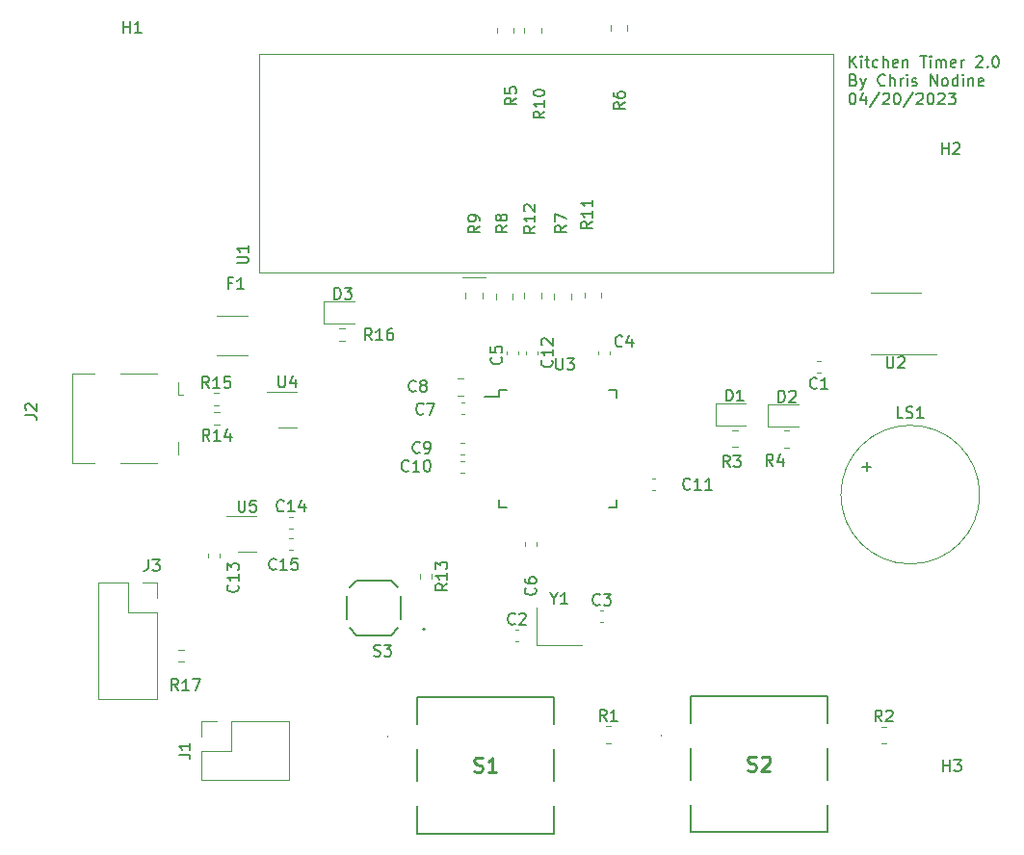
<source format=gbr>
%TF.GenerationSoftware,KiCad,Pcbnew,7.0.1-0*%
%TF.CreationDate,2023-04-20T13:11:41-06:00*%
%TF.ProjectId,Phase_B_ATMEGA_v3,50686173-655f-4425-9f41-544d4547415f,rev?*%
%TF.SameCoordinates,Original*%
%TF.FileFunction,Legend,Top*%
%TF.FilePolarity,Positive*%
%FSLAX46Y46*%
G04 Gerber Fmt 4.6, Leading zero omitted, Abs format (unit mm)*
G04 Created by KiCad (PCBNEW 7.0.1-0) date 2023-04-20 13:11:41*
%MOMM*%
%LPD*%
G01*
G04 APERTURE LIST*
%ADD10C,0.150000*%
%ADD11C,0.254000*%
%ADD12C,0.120000*%
%ADD13C,0.100000*%
%ADD14C,0.200000*%
%ADD15C,0.127000*%
G04 APERTURE END LIST*
D10*
X196438095Y-33537619D02*
X196438095Y-32537619D01*
X197009523Y-33537619D02*
X196580952Y-32966190D01*
X197009523Y-32537619D02*
X196438095Y-33109047D01*
X197438095Y-33537619D02*
X197438095Y-32870952D01*
X197438095Y-32537619D02*
X197390476Y-32585238D01*
X197390476Y-32585238D02*
X197438095Y-32632857D01*
X197438095Y-32632857D02*
X197485714Y-32585238D01*
X197485714Y-32585238D02*
X197438095Y-32537619D01*
X197438095Y-32537619D02*
X197438095Y-32632857D01*
X197771428Y-32870952D02*
X198152380Y-32870952D01*
X197914285Y-32537619D02*
X197914285Y-33394761D01*
X197914285Y-33394761D02*
X197961904Y-33490000D01*
X197961904Y-33490000D02*
X198057142Y-33537619D01*
X198057142Y-33537619D02*
X198152380Y-33537619D01*
X198914285Y-33490000D02*
X198819047Y-33537619D01*
X198819047Y-33537619D02*
X198628571Y-33537619D01*
X198628571Y-33537619D02*
X198533333Y-33490000D01*
X198533333Y-33490000D02*
X198485714Y-33442380D01*
X198485714Y-33442380D02*
X198438095Y-33347142D01*
X198438095Y-33347142D02*
X198438095Y-33061428D01*
X198438095Y-33061428D02*
X198485714Y-32966190D01*
X198485714Y-32966190D02*
X198533333Y-32918571D01*
X198533333Y-32918571D02*
X198628571Y-32870952D01*
X198628571Y-32870952D02*
X198819047Y-32870952D01*
X198819047Y-32870952D02*
X198914285Y-32918571D01*
X199342857Y-33537619D02*
X199342857Y-32537619D01*
X199771428Y-33537619D02*
X199771428Y-33013809D01*
X199771428Y-33013809D02*
X199723809Y-32918571D01*
X199723809Y-32918571D02*
X199628571Y-32870952D01*
X199628571Y-32870952D02*
X199485714Y-32870952D01*
X199485714Y-32870952D02*
X199390476Y-32918571D01*
X199390476Y-32918571D02*
X199342857Y-32966190D01*
X200628571Y-33490000D02*
X200533333Y-33537619D01*
X200533333Y-33537619D02*
X200342857Y-33537619D01*
X200342857Y-33537619D02*
X200247619Y-33490000D01*
X200247619Y-33490000D02*
X200200000Y-33394761D01*
X200200000Y-33394761D02*
X200200000Y-33013809D01*
X200200000Y-33013809D02*
X200247619Y-32918571D01*
X200247619Y-32918571D02*
X200342857Y-32870952D01*
X200342857Y-32870952D02*
X200533333Y-32870952D01*
X200533333Y-32870952D02*
X200628571Y-32918571D01*
X200628571Y-32918571D02*
X200676190Y-33013809D01*
X200676190Y-33013809D02*
X200676190Y-33109047D01*
X200676190Y-33109047D02*
X200200000Y-33204285D01*
X201104762Y-32870952D02*
X201104762Y-33537619D01*
X201104762Y-32966190D02*
X201152381Y-32918571D01*
X201152381Y-32918571D02*
X201247619Y-32870952D01*
X201247619Y-32870952D02*
X201390476Y-32870952D01*
X201390476Y-32870952D02*
X201485714Y-32918571D01*
X201485714Y-32918571D02*
X201533333Y-33013809D01*
X201533333Y-33013809D02*
X201533333Y-33537619D01*
X202628572Y-32537619D02*
X203200000Y-32537619D01*
X202914286Y-33537619D02*
X202914286Y-32537619D01*
X203533334Y-33537619D02*
X203533334Y-32870952D01*
X203533334Y-32537619D02*
X203485715Y-32585238D01*
X203485715Y-32585238D02*
X203533334Y-32632857D01*
X203533334Y-32632857D02*
X203580953Y-32585238D01*
X203580953Y-32585238D02*
X203533334Y-32537619D01*
X203533334Y-32537619D02*
X203533334Y-32632857D01*
X204009524Y-33537619D02*
X204009524Y-32870952D01*
X204009524Y-32966190D02*
X204057143Y-32918571D01*
X204057143Y-32918571D02*
X204152381Y-32870952D01*
X204152381Y-32870952D02*
X204295238Y-32870952D01*
X204295238Y-32870952D02*
X204390476Y-32918571D01*
X204390476Y-32918571D02*
X204438095Y-33013809D01*
X204438095Y-33013809D02*
X204438095Y-33537619D01*
X204438095Y-33013809D02*
X204485714Y-32918571D01*
X204485714Y-32918571D02*
X204580952Y-32870952D01*
X204580952Y-32870952D02*
X204723809Y-32870952D01*
X204723809Y-32870952D02*
X204819048Y-32918571D01*
X204819048Y-32918571D02*
X204866667Y-33013809D01*
X204866667Y-33013809D02*
X204866667Y-33537619D01*
X205723809Y-33490000D02*
X205628571Y-33537619D01*
X205628571Y-33537619D02*
X205438095Y-33537619D01*
X205438095Y-33537619D02*
X205342857Y-33490000D01*
X205342857Y-33490000D02*
X205295238Y-33394761D01*
X205295238Y-33394761D02*
X205295238Y-33013809D01*
X205295238Y-33013809D02*
X205342857Y-32918571D01*
X205342857Y-32918571D02*
X205438095Y-32870952D01*
X205438095Y-32870952D02*
X205628571Y-32870952D01*
X205628571Y-32870952D02*
X205723809Y-32918571D01*
X205723809Y-32918571D02*
X205771428Y-33013809D01*
X205771428Y-33013809D02*
X205771428Y-33109047D01*
X205771428Y-33109047D02*
X205295238Y-33204285D01*
X206200000Y-33537619D02*
X206200000Y-32870952D01*
X206200000Y-33061428D02*
X206247619Y-32966190D01*
X206247619Y-32966190D02*
X206295238Y-32918571D01*
X206295238Y-32918571D02*
X206390476Y-32870952D01*
X206390476Y-32870952D02*
X206485714Y-32870952D01*
X207533334Y-32632857D02*
X207580953Y-32585238D01*
X207580953Y-32585238D02*
X207676191Y-32537619D01*
X207676191Y-32537619D02*
X207914286Y-32537619D01*
X207914286Y-32537619D02*
X208009524Y-32585238D01*
X208009524Y-32585238D02*
X208057143Y-32632857D01*
X208057143Y-32632857D02*
X208104762Y-32728095D01*
X208104762Y-32728095D02*
X208104762Y-32823333D01*
X208104762Y-32823333D02*
X208057143Y-32966190D01*
X208057143Y-32966190D02*
X207485715Y-33537619D01*
X207485715Y-33537619D02*
X208104762Y-33537619D01*
X208533334Y-33442380D02*
X208580953Y-33490000D01*
X208580953Y-33490000D02*
X208533334Y-33537619D01*
X208533334Y-33537619D02*
X208485715Y-33490000D01*
X208485715Y-33490000D02*
X208533334Y-33442380D01*
X208533334Y-33442380D02*
X208533334Y-33537619D01*
X209200000Y-32537619D02*
X209295238Y-32537619D01*
X209295238Y-32537619D02*
X209390476Y-32585238D01*
X209390476Y-32585238D02*
X209438095Y-32632857D01*
X209438095Y-32632857D02*
X209485714Y-32728095D01*
X209485714Y-32728095D02*
X209533333Y-32918571D01*
X209533333Y-32918571D02*
X209533333Y-33156666D01*
X209533333Y-33156666D02*
X209485714Y-33347142D01*
X209485714Y-33347142D02*
X209438095Y-33442380D01*
X209438095Y-33442380D02*
X209390476Y-33490000D01*
X209390476Y-33490000D02*
X209295238Y-33537619D01*
X209295238Y-33537619D02*
X209200000Y-33537619D01*
X209200000Y-33537619D02*
X209104762Y-33490000D01*
X209104762Y-33490000D02*
X209057143Y-33442380D01*
X209057143Y-33442380D02*
X209009524Y-33347142D01*
X209009524Y-33347142D02*
X208961905Y-33156666D01*
X208961905Y-33156666D02*
X208961905Y-32918571D01*
X208961905Y-32918571D02*
X209009524Y-32728095D01*
X209009524Y-32728095D02*
X209057143Y-32632857D01*
X209057143Y-32632857D02*
X209104762Y-32585238D01*
X209104762Y-32585238D02*
X209200000Y-32537619D01*
X196771428Y-34633809D02*
X196914285Y-34681428D01*
X196914285Y-34681428D02*
X196961904Y-34729047D01*
X196961904Y-34729047D02*
X197009523Y-34824285D01*
X197009523Y-34824285D02*
X197009523Y-34967142D01*
X197009523Y-34967142D02*
X196961904Y-35062380D01*
X196961904Y-35062380D02*
X196914285Y-35110000D01*
X196914285Y-35110000D02*
X196819047Y-35157619D01*
X196819047Y-35157619D02*
X196438095Y-35157619D01*
X196438095Y-35157619D02*
X196438095Y-34157619D01*
X196438095Y-34157619D02*
X196771428Y-34157619D01*
X196771428Y-34157619D02*
X196866666Y-34205238D01*
X196866666Y-34205238D02*
X196914285Y-34252857D01*
X196914285Y-34252857D02*
X196961904Y-34348095D01*
X196961904Y-34348095D02*
X196961904Y-34443333D01*
X196961904Y-34443333D02*
X196914285Y-34538571D01*
X196914285Y-34538571D02*
X196866666Y-34586190D01*
X196866666Y-34586190D02*
X196771428Y-34633809D01*
X196771428Y-34633809D02*
X196438095Y-34633809D01*
X197342857Y-34490952D02*
X197580952Y-35157619D01*
X197819047Y-34490952D02*
X197580952Y-35157619D01*
X197580952Y-35157619D02*
X197485714Y-35395714D01*
X197485714Y-35395714D02*
X197438095Y-35443333D01*
X197438095Y-35443333D02*
X197342857Y-35490952D01*
X199533333Y-35062380D02*
X199485714Y-35110000D01*
X199485714Y-35110000D02*
X199342857Y-35157619D01*
X199342857Y-35157619D02*
X199247619Y-35157619D01*
X199247619Y-35157619D02*
X199104762Y-35110000D01*
X199104762Y-35110000D02*
X199009524Y-35014761D01*
X199009524Y-35014761D02*
X198961905Y-34919523D01*
X198961905Y-34919523D02*
X198914286Y-34729047D01*
X198914286Y-34729047D02*
X198914286Y-34586190D01*
X198914286Y-34586190D02*
X198961905Y-34395714D01*
X198961905Y-34395714D02*
X199009524Y-34300476D01*
X199009524Y-34300476D02*
X199104762Y-34205238D01*
X199104762Y-34205238D02*
X199247619Y-34157619D01*
X199247619Y-34157619D02*
X199342857Y-34157619D01*
X199342857Y-34157619D02*
X199485714Y-34205238D01*
X199485714Y-34205238D02*
X199533333Y-34252857D01*
X199961905Y-35157619D02*
X199961905Y-34157619D01*
X200390476Y-35157619D02*
X200390476Y-34633809D01*
X200390476Y-34633809D02*
X200342857Y-34538571D01*
X200342857Y-34538571D02*
X200247619Y-34490952D01*
X200247619Y-34490952D02*
X200104762Y-34490952D01*
X200104762Y-34490952D02*
X200009524Y-34538571D01*
X200009524Y-34538571D02*
X199961905Y-34586190D01*
X200866667Y-35157619D02*
X200866667Y-34490952D01*
X200866667Y-34681428D02*
X200914286Y-34586190D01*
X200914286Y-34586190D02*
X200961905Y-34538571D01*
X200961905Y-34538571D02*
X201057143Y-34490952D01*
X201057143Y-34490952D02*
X201152381Y-34490952D01*
X201485715Y-35157619D02*
X201485715Y-34490952D01*
X201485715Y-34157619D02*
X201438096Y-34205238D01*
X201438096Y-34205238D02*
X201485715Y-34252857D01*
X201485715Y-34252857D02*
X201533334Y-34205238D01*
X201533334Y-34205238D02*
X201485715Y-34157619D01*
X201485715Y-34157619D02*
X201485715Y-34252857D01*
X201914286Y-35110000D02*
X202009524Y-35157619D01*
X202009524Y-35157619D02*
X202200000Y-35157619D01*
X202200000Y-35157619D02*
X202295238Y-35110000D01*
X202295238Y-35110000D02*
X202342857Y-35014761D01*
X202342857Y-35014761D02*
X202342857Y-34967142D01*
X202342857Y-34967142D02*
X202295238Y-34871904D01*
X202295238Y-34871904D02*
X202200000Y-34824285D01*
X202200000Y-34824285D02*
X202057143Y-34824285D01*
X202057143Y-34824285D02*
X201961905Y-34776666D01*
X201961905Y-34776666D02*
X201914286Y-34681428D01*
X201914286Y-34681428D02*
X201914286Y-34633809D01*
X201914286Y-34633809D02*
X201961905Y-34538571D01*
X201961905Y-34538571D02*
X202057143Y-34490952D01*
X202057143Y-34490952D02*
X202200000Y-34490952D01*
X202200000Y-34490952D02*
X202295238Y-34538571D01*
X203533334Y-35157619D02*
X203533334Y-34157619D01*
X203533334Y-34157619D02*
X204104762Y-35157619D01*
X204104762Y-35157619D02*
X204104762Y-34157619D01*
X204723810Y-35157619D02*
X204628572Y-35110000D01*
X204628572Y-35110000D02*
X204580953Y-35062380D01*
X204580953Y-35062380D02*
X204533334Y-34967142D01*
X204533334Y-34967142D02*
X204533334Y-34681428D01*
X204533334Y-34681428D02*
X204580953Y-34586190D01*
X204580953Y-34586190D02*
X204628572Y-34538571D01*
X204628572Y-34538571D02*
X204723810Y-34490952D01*
X204723810Y-34490952D02*
X204866667Y-34490952D01*
X204866667Y-34490952D02*
X204961905Y-34538571D01*
X204961905Y-34538571D02*
X205009524Y-34586190D01*
X205009524Y-34586190D02*
X205057143Y-34681428D01*
X205057143Y-34681428D02*
X205057143Y-34967142D01*
X205057143Y-34967142D02*
X205009524Y-35062380D01*
X205009524Y-35062380D02*
X204961905Y-35110000D01*
X204961905Y-35110000D02*
X204866667Y-35157619D01*
X204866667Y-35157619D02*
X204723810Y-35157619D01*
X205914286Y-35157619D02*
X205914286Y-34157619D01*
X205914286Y-35110000D02*
X205819048Y-35157619D01*
X205819048Y-35157619D02*
X205628572Y-35157619D01*
X205628572Y-35157619D02*
X205533334Y-35110000D01*
X205533334Y-35110000D02*
X205485715Y-35062380D01*
X205485715Y-35062380D02*
X205438096Y-34967142D01*
X205438096Y-34967142D02*
X205438096Y-34681428D01*
X205438096Y-34681428D02*
X205485715Y-34586190D01*
X205485715Y-34586190D02*
X205533334Y-34538571D01*
X205533334Y-34538571D02*
X205628572Y-34490952D01*
X205628572Y-34490952D02*
X205819048Y-34490952D01*
X205819048Y-34490952D02*
X205914286Y-34538571D01*
X206390477Y-35157619D02*
X206390477Y-34490952D01*
X206390477Y-34157619D02*
X206342858Y-34205238D01*
X206342858Y-34205238D02*
X206390477Y-34252857D01*
X206390477Y-34252857D02*
X206438096Y-34205238D01*
X206438096Y-34205238D02*
X206390477Y-34157619D01*
X206390477Y-34157619D02*
X206390477Y-34252857D01*
X206866667Y-34490952D02*
X206866667Y-35157619D01*
X206866667Y-34586190D02*
X206914286Y-34538571D01*
X206914286Y-34538571D02*
X207009524Y-34490952D01*
X207009524Y-34490952D02*
X207152381Y-34490952D01*
X207152381Y-34490952D02*
X207247619Y-34538571D01*
X207247619Y-34538571D02*
X207295238Y-34633809D01*
X207295238Y-34633809D02*
X207295238Y-35157619D01*
X208152381Y-35110000D02*
X208057143Y-35157619D01*
X208057143Y-35157619D02*
X207866667Y-35157619D01*
X207866667Y-35157619D02*
X207771429Y-35110000D01*
X207771429Y-35110000D02*
X207723810Y-35014761D01*
X207723810Y-35014761D02*
X207723810Y-34633809D01*
X207723810Y-34633809D02*
X207771429Y-34538571D01*
X207771429Y-34538571D02*
X207866667Y-34490952D01*
X207866667Y-34490952D02*
X208057143Y-34490952D01*
X208057143Y-34490952D02*
X208152381Y-34538571D01*
X208152381Y-34538571D02*
X208200000Y-34633809D01*
X208200000Y-34633809D02*
X208200000Y-34729047D01*
X208200000Y-34729047D02*
X207723810Y-34824285D01*
X196628571Y-35777619D02*
X196723809Y-35777619D01*
X196723809Y-35777619D02*
X196819047Y-35825238D01*
X196819047Y-35825238D02*
X196866666Y-35872857D01*
X196866666Y-35872857D02*
X196914285Y-35968095D01*
X196914285Y-35968095D02*
X196961904Y-36158571D01*
X196961904Y-36158571D02*
X196961904Y-36396666D01*
X196961904Y-36396666D02*
X196914285Y-36587142D01*
X196914285Y-36587142D02*
X196866666Y-36682380D01*
X196866666Y-36682380D02*
X196819047Y-36730000D01*
X196819047Y-36730000D02*
X196723809Y-36777619D01*
X196723809Y-36777619D02*
X196628571Y-36777619D01*
X196628571Y-36777619D02*
X196533333Y-36730000D01*
X196533333Y-36730000D02*
X196485714Y-36682380D01*
X196485714Y-36682380D02*
X196438095Y-36587142D01*
X196438095Y-36587142D02*
X196390476Y-36396666D01*
X196390476Y-36396666D02*
X196390476Y-36158571D01*
X196390476Y-36158571D02*
X196438095Y-35968095D01*
X196438095Y-35968095D02*
X196485714Y-35872857D01*
X196485714Y-35872857D02*
X196533333Y-35825238D01*
X196533333Y-35825238D02*
X196628571Y-35777619D01*
X197819047Y-36110952D02*
X197819047Y-36777619D01*
X197580952Y-35730000D02*
X197342857Y-36444285D01*
X197342857Y-36444285D02*
X197961904Y-36444285D01*
X199057142Y-35730000D02*
X198200000Y-37015714D01*
X199342857Y-35872857D02*
X199390476Y-35825238D01*
X199390476Y-35825238D02*
X199485714Y-35777619D01*
X199485714Y-35777619D02*
X199723809Y-35777619D01*
X199723809Y-35777619D02*
X199819047Y-35825238D01*
X199819047Y-35825238D02*
X199866666Y-35872857D01*
X199866666Y-35872857D02*
X199914285Y-35968095D01*
X199914285Y-35968095D02*
X199914285Y-36063333D01*
X199914285Y-36063333D02*
X199866666Y-36206190D01*
X199866666Y-36206190D02*
X199295238Y-36777619D01*
X199295238Y-36777619D02*
X199914285Y-36777619D01*
X200533333Y-35777619D02*
X200628571Y-35777619D01*
X200628571Y-35777619D02*
X200723809Y-35825238D01*
X200723809Y-35825238D02*
X200771428Y-35872857D01*
X200771428Y-35872857D02*
X200819047Y-35968095D01*
X200819047Y-35968095D02*
X200866666Y-36158571D01*
X200866666Y-36158571D02*
X200866666Y-36396666D01*
X200866666Y-36396666D02*
X200819047Y-36587142D01*
X200819047Y-36587142D02*
X200771428Y-36682380D01*
X200771428Y-36682380D02*
X200723809Y-36730000D01*
X200723809Y-36730000D02*
X200628571Y-36777619D01*
X200628571Y-36777619D02*
X200533333Y-36777619D01*
X200533333Y-36777619D02*
X200438095Y-36730000D01*
X200438095Y-36730000D02*
X200390476Y-36682380D01*
X200390476Y-36682380D02*
X200342857Y-36587142D01*
X200342857Y-36587142D02*
X200295238Y-36396666D01*
X200295238Y-36396666D02*
X200295238Y-36158571D01*
X200295238Y-36158571D02*
X200342857Y-35968095D01*
X200342857Y-35968095D02*
X200390476Y-35872857D01*
X200390476Y-35872857D02*
X200438095Y-35825238D01*
X200438095Y-35825238D02*
X200533333Y-35777619D01*
X202009523Y-35730000D02*
X201152381Y-37015714D01*
X202295238Y-35872857D02*
X202342857Y-35825238D01*
X202342857Y-35825238D02*
X202438095Y-35777619D01*
X202438095Y-35777619D02*
X202676190Y-35777619D01*
X202676190Y-35777619D02*
X202771428Y-35825238D01*
X202771428Y-35825238D02*
X202819047Y-35872857D01*
X202819047Y-35872857D02*
X202866666Y-35968095D01*
X202866666Y-35968095D02*
X202866666Y-36063333D01*
X202866666Y-36063333D02*
X202819047Y-36206190D01*
X202819047Y-36206190D02*
X202247619Y-36777619D01*
X202247619Y-36777619D02*
X202866666Y-36777619D01*
X203485714Y-35777619D02*
X203580952Y-35777619D01*
X203580952Y-35777619D02*
X203676190Y-35825238D01*
X203676190Y-35825238D02*
X203723809Y-35872857D01*
X203723809Y-35872857D02*
X203771428Y-35968095D01*
X203771428Y-35968095D02*
X203819047Y-36158571D01*
X203819047Y-36158571D02*
X203819047Y-36396666D01*
X203819047Y-36396666D02*
X203771428Y-36587142D01*
X203771428Y-36587142D02*
X203723809Y-36682380D01*
X203723809Y-36682380D02*
X203676190Y-36730000D01*
X203676190Y-36730000D02*
X203580952Y-36777619D01*
X203580952Y-36777619D02*
X203485714Y-36777619D01*
X203485714Y-36777619D02*
X203390476Y-36730000D01*
X203390476Y-36730000D02*
X203342857Y-36682380D01*
X203342857Y-36682380D02*
X203295238Y-36587142D01*
X203295238Y-36587142D02*
X203247619Y-36396666D01*
X203247619Y-36396666D02*
X203247619Y-36158571D01*
X203247619Y-36158571D02*
X203295238Y-35968095D01*
X203295238Y-35968095D02*
X203342857Y-35872857D01*
X203342857Y-35872857D02*
X203390476Y-35825238D01*
X203390476Y-35825238D02*
X203485714Y-35777619D01*
X204200000Y-35872857D02*
X204247619Y-35825238D01*
X204247619Y-35825238D02*
X204342857Y-35777619D01*
X204342857Y-35777619D02*
X204580952Y-35777619D01*
X204580952Y-35777619D02*
X204676190Y-35825238D01*
X204676190Y-35825238D02*
X204723809Y-35872857D01*
X204723809Y-35872857D02*
X204771428Y-35968095D01*
X204771428Y-35968095D02*
X204771428Y-36063333D01*
X204771428Y-36063333D02*
X204723809Y-36206190D01*
X204723809Y-36206190D02*
X204152381Y-36777619D01*
X204152381Y-36777619D02*
X204771428Y-36777619D01*
X205104762Y-35777619D02*
X205723809Y-35777619D01*
X205723809Y-35777619D02*
X205390476Y-36158571D01*
X205390476Y-36158571D02*
X205533333Y-36158571D01*
X205533333Y-36158571D02*
X205628571Y-36206190D01*
X205628571Y-36206190D02*
X205676190Y-36253809D01*
X205676190Y-36253809D02*
X205723809Y-36349047D01*
X205723809Y-36349047D02*
X205723809Y-36587142D01*
X205723809Y-36587142D02*
X205676190Y-36682380D01*
X205676190Y-36682380D02*
X205628571Y-36730000D01*
X205628571Y-36730000D02*
X205533333Y-36777619D01*
X205533333Y-36777619D02*
X205247619Y-36777619D01*
X205247619Y-36777619D02*
X205152381Y-36730000D01*
X205152381Y-36730000D02*
X205104762Y-36682380D01*
%TO.C,H3*%
X204638095Y-95412619D02*
X204638095Y-94412619D01*
X204638095Y-94888809D02*
X205209523Y-94888809D01*
X205209523Y-95412619D02*
X205209523Y-94412619D01*
X205590476Y-94412619D02*
X206209523Y-94412619D01*
X206209523Y-94412619D02*
X205876190Y-94793571D01*
X205876190Y-94793571D02*
X206019047Y-94793571D01*
X206019047Y-94793571D02*
X206114285Y-94841190D01*
X206114285Y-94841190D02*
X206161904Y-94888809D01*
X206161904Y-94888809D02*
X206209523Y-94984047D01*
X206209523Y-94984047D02*
X206209523Y-95222142D01*
X206209523Y-95222142D02*
X206161904Y-95317380D01*
X206161904Y-95317380D02*
X206114285Y-95365000D01*
X206114285Y-95365000D02*
X206019047Y-95412619D01*
X206019047Y-95412619D02*
X205733333Y-95412619D01*
X205733333Y-95412619D02*
X205638095Y-95365000D01*
X205638095Y-95365000D02*
X205590476Y-95317380D01*
%TO.C,H2*%
X204538095Y-41162619D02*
X204538095Y-40162619D01*
X204538095Y-40638809D02*
X205109523Y-40638809D01*
X205109523Y-41162619D02*
X205109523Y-40162619D01*
X205538095Y-40257857D02*
X205585714Y-40210238D01*
X205585714Y-40210238D02*
X205680952Y-40162619D01*
X205680952Y-40162619D02*
X205919047Y-40162619D01*
X205919047Y-40162619D02*
X206014285Y-40210238D01*
X206014285Y-40210238D02*
X206061904Y-40257857D01*
X206061904Y-40257857D02*
X206109523Y-40353095D01*
X206109523Y-40353095D02*
X206109523Y-40448333D01*
X206109523Y-40448333D02*
X206061904Y-40591190D01*
X206061904Y-40591190D02*
X205490476Y-41162619D01*
X205490476Y-41162619D02*
X206109523Y-41162619D01*
%TO.C,H1*%
X132588095Y-30462619D02*
X132588095Y-29462619D01*
X132588095Y-29938809D02*
X133159523Y-29938809D01*
X133159523Y-30462619D02*
X133159523Y-29462619D01*
X134159523Y-30462619D02*
X133588095Y-30462619D01*
X133873809Y-30462619D02*
X133873809Y-29462619D01*
X133873809Y-29462619D02*
X133778571Y-29605476D01*
X133778571Y-29605476D02*
X133683333Y-29700714D01*
X133683333Y-29700714D02*
X133588095Y-29748333D01*
%TO.C,C15*%
X146007142Y-77617380D02*
X145959523Y-77665000D01*
X145959523Y-77665000D02*
X145816666Y-77712619D01*
X145816666Y-77712619D02*
X145721428Y-77712619D01*
X145721428Y-77712619D02*
X145578571Y-77665000D01*
X145578571Y-77665000D02*
X145483333Y-77569761D01*
X145483333Y-77569761D02*
X145435714Y-77474523D01*
X145435714Y-77474523D02*
X145388095Y-77284047D01*
X145388095Y-77284047D02*
X145388095Y-77141190D01*
X145388095Y-77141190D02*
X145435714Y-76950714D01*
X145435714Y-76950714D02*
X145483333Y-76855476D01*
X145483333Y-76855476D02*
X145578571Y-76760238D01*
X145578571Y-76760238D02*
X145721428Y-76712619D01*
X145721428Y-76712619D02*
X145816666Y-76712619D01*
X145816666Y-76712619D02*
X145959523Y-76760238D01*
X145959523Y-76760238D02*
X146007142Y-76807857D01*
X146959523Y-77712619D02*
X146388095Y-77712619D01*
X146673809Y-77712619D02*
X146673809Y-76712619D01*
X146673809Y-76712619D02*
X146578571Y-76855476D01*
X146578571Y-76855476D02*
X146483333Y-76950714D01*
X146483333Y-76950714D02*
X146388095Y-76998333D01*
X147864285Y-76712619D02*
X147388095Y-76712619D01*
X147388095Y-76712619D02*
X147340476Y-77188809D01*
X147340476Y-77188809D02*
X147388095Y-77141190D01*
X147388095Y-77141190D02*
X147483333Y-77093571D01*
X147483333Y-77093571D02*
X147721428Y-77093571D01*
X147721428Y-77093571D02*
X147816666Y-77141190D01*
X147816666Y-77141190D02*
X147864285Y-77188809D01*
X147864285Y-77188809D02*
X147911904Y-77284047D01*
X147911904Y-77284047D02*
X147911904Y-77522142D01*
X147911904Y-77522142D02*
X147864285Y-77617380D01*
X147864285Y-77617380D02*
X147816666Y-77665000D01*
X147816666Y-77665000D02*
X147721428Y-77712619D01*
X147721428Y-77712619D02*
X147483333Y-77712619D01*
X147483333Y-77712619D02*
X147388095Y-77665000D01*
X147388095Y-77665000D02*
X147340476Y-77617380D01*
%TO.C,C5*%
X165767380Y-59016666D02*
X165815000Y-59064285D01*
X165815000Y-59064285D02*
X165862619Y-59207142D01*
X165862619Y-59207142D02*
X165862619Y-59302380D01*
X165862619Y-59302380D02*
X165815000Y-59445237D01*
X165815000Y-59445237D02*
X165719761Y-59540475D01*
X165719761Y-59540475D02*
X165624523Y-59588094D01*
X165624523Y-59588094D02*
X165434047Y-59635713D01*
X165434047Y-59635713D02*
X165291190Y-59635713D01*
X165291190Y-59635713D02*
X165100714Y-59588094D01*
X165100714Y-59588094D02*
X165005476Y-59540475D01*
X165005476Y-59540475D02*
X164910238Y-59445237D01*
X164910238Y-59445237D02*
X164862619Y-59302380D01*
X164862619Y-59302380D02*
X164862619Y-59207142D01*
X164862619Y-59207142D02*
X164910238Y-59064285D01*
X164910238Y-59064285D02*
X164957857Y-59016666D01*
X164862619Y-58111904D02*
X164862619Y-58588094D01*
X164862619Y-58588094D02*
X165338809Y-58635713D01*
X165338809Y-58635713D02*
X165291190Y-58588094D01*
X165291190Y-58588094D02*
X165243571Y-58492856D01*
X165243571Y-58492856D02*
X165243571Y-58254761D01*
X165243571Y-58254761D02*
X165291190Y-58159523D01*
X165291190Y-58159523D02*
X165338809Y-58111904D01*
X165338809Y-58111904D02*
X165434047Y-58064285D01*
X165434047Y-58064285D02*
X165672142Y-58064285D01*
X165672142Y-58064285D02*
X165767380Y-58111904D01*
X165767380Y-58111904D02*
X165815000Y-58159523D01*
X165815000Y-58159523D02*
X165862619Y-58254761D01*
X165862619Y-58254761D02*
X165862619Y-58492856D01*
X165862619Y-58492856D02*
X165815000Y-58588094D01*
X165815000Y-58588094D02*
X165767380Y-58635713D01*
%TO.C,F1*%
X142119166Y-52483809D02*
X141785833Y-52483809D01*
X141785833Y-53007619D02*
X141785833Y-52007619D01*
X141785833Y-52007619D02*
X142262023Y-52007619D01*
X143166785Y-53007619D02*
X142595357Y-53007619D01*
X142881071Y-53007619D02*
X142881071Y-52007619D01*
X142881071Y-52007619D02*
X142785833Y-52150476D01*
X142785833Y-52150476D02*
X142690595Y-52245714D01*
X142690595Y-52245714D02*
X142595357Y-52293333D01*
%TO.C,C2*%
X167008333Y-82437380D02*
X166960714Y-82485000D01*
X166960714Y-82485000D02*
X166817857Y-82532619D01*
X166817857Y-82532619D02*
X166722619Y-82532619D01*
X166722619Y-82532619D02*
X166579762Y-82485000D01*
X166579762Y-82485000D02*
X166484524Y-82389761D01*
X166484524Y-82389761D02*
X166436905Y-82294523D01*
X166436905Y-82294523D02*
X166389286Y-82104047D01*
X166389286Y-82104047D02*
X166389286Y-81961190D01*
X166389286Y-81961190D02*
X166436905Y-81770714D01*
X166436905Y-81770714D02*
X166484524Y-81675476D01*
X166484524Y-81675476D02*
X166579762Y-81580238D01*
X166579762Y-81580238D02*
X166722619Y-81532619D01*
X166722619Y-81532619D02*
X166817857Y-81532619D01*
X166817857Y-81532619D02*
X166960714Y-81580238D01*
X166960714Y-81580238D02*
X167008333Y-81627857D01*
X167389286Y-81627857D02*
X167436905Y-81580238D01*
X167436905Y-81580238D02*
X167532143Y-81532619D01*
X167532143Y-81532619D02*
X167770238Y-81532619D01*
X167770238Y-81532619D02*
X167865476Y-81580238D01*
X167865476Y-81580238D02*
X167913095Y-81627857D01*
X167913095Y-81627857D02*
X167960714Y-81723095D01*
X167960714Y-81723095D02*
X167960714Y-81818333D01*
X167960714Y-81818333D02*
X167913095Y-81961190D01*
X167913095Y-81961190D02*
X167341667Y-82532619D01*
X167341667Y-82532619D02*
X167960714Y-82532619D01*
%TO.C,R7*%
X171512619Y-47416666D02*
X171036428Y-47749999D01*
X171512619Y-47988094D02*
X170512619Y-47988094D01*
X170512619Y-47988094D02*
X170512619Y-47607142D01*
X170512619Y-47607142D02*
X170560238Y-47511904D01*
X170560238Y-47511904D02*
X170607857Y-47464285D01*
X170607857Y-47464285D02*
X170703095Y-47416666D01*
X170703095Y-47416666D02*
X170845952Y-47416666D01*
X170845952Y-47416666D02*
X170941190Y-47464285D01*
X170941190Y-47464285D02*
X170988809Y-47511904D01*
X170988809Y-47511904D02*
X171036428Y-47607142D01*
X171036428Y-47607142D02*
X171036428Y-47988094D01*
X170512619Y-47083332D02*
X170512619Y-46416666D01*
X170512619Y-46416666D02*
X171512619Y-46845237D01*
%TO.C,C3*%
X174458333Y-80737380D02*
X174410714Y-80785000D01*
X174410714Y-80785000D02*
X174267857Y-80832619D01*
X174267857Y-80832619D02*
X174172619Y-80832619D01*
X174172619Y-80832619D02*
X174029762Y-80785000D01*
X174029762Y-80785000D02*
X173934524Y-80689761D01*
X173934524Y-80689761D02*
X173886905Y-80594523D01*
X173886905Y-80594523D02*
X173839286Y-80404047D01*
X173839286Y-80404047D02*
X173839286Y-80261190D01*
X173839286Y-80261190D02*
X173886905Y-80070714D01*
X173886905Y-80070714D02*
X173934524Y-79975476D01*
X173934524Y-79975476D02*
X174029762Y-79880238D01*
X174029762Y-79880238D02*
X174172619Y-79832619D01*
X174172619Y-79832619D02*
X174267857Y-79832619D01*
X174267857Y-79832619D02*
X174410714Y-79880238D01*
X174410714Y-79880238D02*
X174458333Y-79927857D01*
X174791667Y-79832619D02*
X175410714Y-79832619D01*
X175410714Y-79832619D02*
X175077381Y-80213571D01*
X175077381Y-80213571D02*
X175220238Y-80213571D01*
X175220238Y-80213571D02*
X175315476Y-80261190D01*
X175315476Y-80261190D02*
X175363095Y-80308809D01*
X175363095Y-80308809D02*
X175410714Y-80404047D01*
X175410714Y-80404047D02*
X175410714Y-80642142D01*
X175410714Y-80642142D02*
X175363095Y-80737380D01*
X175363095Y-80737380D02*
X175315476Y-80785000D01*
X175315476Y-80785000D02*
X175220238Y-80832619D01*
X175220238Y-80832619D02*
X174934524Y-80832619D01*
X174934524Y-80832619D02*
X174839286Y-80785000D01*
X174839286Y-80785000D02*
X174791667Y-80737380D01*
%TO.C,R9*%
X163912619Y-47466666D02*
X163436428Y-47799999D01*
X163912619Y-48038094D02*
X162912619Y-48038094D01*
X162912619Y-48038094D02*
X162912619Y-47657142D01*
X162912619Y-47657142D02*
X162960238Y-47561904D01*
X162960238Y-47561904D02*
X163007857Y-47514285D01*
X163007857Y-47514285D02*
X163103095Y-47466666D01*
X163103095Y-47466666D02*
X163245952Y-47466666D01*
X163245952Y-47466666D02*
X163341190Y-47514285D01*
X163341190Y-47514285D02*
X163388809Y-47561904D01*
X163388809Y-47561904D02*
X163436428Y-47657142D01*
X163436428Y-47657142D02*
X163436428Y-48038094D01*
X163912619Y-46990475D02*
X163912619Y-46799999D01*
X163912619Y-46799999D02*
X163865000Y-46704761D01*
X163865000Y-46704761D02*
X163817380Y-46657142D01*
X163817380Y-46657142D02*
X163674523Y-46561904D01*
X163674523Y-46561904D02*
X163484047Y-46514285D01*
X163484047Y-46514285D02*
X163103095Y-46514285D01*
X163103095Y-46514285D02*
X163007857Y-46561904D01*
X163007857Y-46561904D02*
X162960238Y-46609523D01*
X162960238Y-46609523D02*
X162912619Y-46704761D01*
X162912619Y-46704761D02*
X162912619Y-46895237D01*
X162912619Y-46895237D02*
X162960238Y-46990475D01*
X162960238Y-46990475D02*
X163007857Y-47038094D01*
X163007857Y-47038094D02*
X163103095Y-47085713D01*
X163103095Y-47085713D02*
X163341190Y-47085713D01*
X163341190Y-47085713D02*
X163436428Y-47038094D01*
X163436428Y-47038094D02*
X163484047Y-46990475D01*
X163484047Y-46990475D02*
X163531666Y-46895237D01*
X163531666Y-46895237D02*
X163531666Y-46704761D01*
X163531666Y-46704761D02*
X163484047Y-46609523D01*
X163484047Y-46609523D02*
X163436428Y-46561904D01*
X163436428Y-46561904D02*
X163341190Y-46514285D01*
D11*
%TO.C,S1*%
X163432380Y-95427050D02*
X163613809Y-95487526D01*
X163613809Y-95487526D02*
X163916190Y-95487526D01*
X163916190Y-95487526D02*
X164037142Y-95427050D01*
X164037142Y-95427050D02*
X164097618Y-95366573D01*
X164097618Y-95366573D02*
X164158095Y-95245621D01*
X164158095Y-95245621D02*
X164158095Y-95124669D01*
X164158095Y-95124669D02*
X164097618Y-95003716D01*
X164097618Y-95003716D02*
X164037142Y-94943240D01*
X164037142Y-94943240D02*
X163916190Y-94882764D01*
X163916190Y-94882764D02*
X163674285Y-94822288D01*
X163674285Y-94822288D02*
X163553333Y-94761811D01*
X163553333Y-94761811D02*
X163492856Y-94701335D01*
X163492856Y-94701335D02*
X163432380Y-94580383D01*
X163432380Y-94580383D02*
X163432380Y-94459430D01*
X163432380Y-94459430D02*
X163492856Y-94338478D01*
X163492856Y-94338478D02*
X163553333Y-94278002D01*
X163553333Y-94278002D02*
X163674285Y-94217526D01*
X163674285Y-94217526D02*
X163976666Y-94217526D01*
X163976666Y-94217526D02*
X164158095Y-94278002D01*
X165367619Y-95487526D02*
X164641904Y-95487526D01*
X165004761Y-95487526D02*
X165004761Y-94217526D01*
X165004761Y-94217526D02*
X164883809Y-94398954D01*
X164883809Y-94398954D02*
X164762857Y-94519907D01*
X164762857Y-94519907D02*
X164641904Y-94580383D01*
D10*
%TO.C,D1*%
X185561905Y-62862619D02*
X185561905Y-61862619D01*
X185561905Y-61862619D02*
X185800000Y-61862619D01*
X185800000Y-61862619D02*
X185942857Y-61910238D01*
X185942857Y-61910238D02*
X186038095Y-62005476D01*
X186038095Y-62005476D02*
X186085714Y-62100714D01*
X186085714Y-62100714D02*
X186133333Y-62291190D01*
X186133333Y-62291190D02*
X186133333Y-62434047D01*
X186133333Y-62434047D02*
X186085714Y-62624523D01*
X186085714Y-62624523D02*
X186038095Y-62719761D01*
X186038095Y-62719761D02*
X185942857Y-62815000D01*
X185942857Y-62815000D02*
X185800000Y-62862619D01*
X185800000Y-62862619D02*
X185561905Y-62862619D01*
X187085714Y-62862619D02*
X186514286Y-62862619D01*
X186800000Y-62862619D02*
X186800000Y-61862619D01*
X186800000Y-61862619D02*
X186704762Y-62005476D01*
X186704762Y-62005476D02*
X186609524Y-62100714D01*
X186609524Y-62100714D02*
X186514286Y-62148333D01*
D11*
%TO.C,S2*%
X187482380Y-95327050D02*
X187663809Y-95387526D01*
X187663809Y-95387526D02*
X187966190Y-95387526D01*
X187966190Y-95387526D02*
X188087142Y-95327050D01*
X188087142Y-95327050D02*
X188147618Y-95266573D01*
X188147618Y-95266573D02*
X188208095Y-95145621D01*
X188208095Y-95145621D02*
X188208095Y-95024669D01*
X188208095Y-95024669D02*
X188147618Y-94903716D01*
X188147618Y-94903716D02*
X188087142Y-94843240D01*
X188087142Y-94843240D02*
X187966190Y-94782764D01*
X187966190Y-94782764D02*
X187724285Y-94722288D01*
X187724285Y-94722288D02*
X187603333Y-94661811D01*
X187603333Y-94661811D02*
X187542856Y-94601335D01*
X187542856Y-94601335D02*
X187482380Y-94480383D01*
X187482380Y-94480383D02*
X187482380Y-94359430D01*
X187482380Y-94359430D02*
X187542856Y-94238478D01*
X187542856Y-94238478D02*
X187603333Y-94178002D01*
X187603333Y-94178002D02*
X187724285Y-94117526D01*
X187724285Y-94117526D02*
X188026666Y-94117526D01*
X188026666Y-94117526D02*
X188208095Y-94178002D01*
X188691904Y-94238478D02*
X188752380Y-94178002D01*
X188752380Y-94178002D02*
X188873333Y-94117526D01*
X188873333Y-94117526D02*
X189175714Y-94117526D01*
X189175714Y-94117526D02*
X189296666Y-94178002D01*
X189296666Y-94178002D02*
X189357142Y-94238478D01*
X189357142Y-94238478D02*
X189417619Y-94359430D01*
X189417619Y-94359430D02*
X189417619Y-94480383D01*
X189417619Y-94480383D02*
X189357142Y-94661811D01*
X189357142Y-94661811D02*
X188631428Y-95387526D01*
X188631428Y-95387526D02*
X189417619Y-95387526D01*
D10*
%TO.C,R11*%
X173812619Y-47092857D02*
X173336428Y-47426190D01*
X173812619Y-47664285D02*
X172812619Y-47664285D01*
X172812619Y-47664285D02*
X172812619Y-47283333D01*
X172812619Y-47283333D02*
X172860238Y-47188095D01*
X172860238Y-47188095D02*
X172907857Y-47140476D01*
X172907857Y-47140476D02*
X173003095Y-47092857D01*
X173003095Y-47092857D02*
X173145952Y-47092857D01*
X173145952Y-47092857D02*
X173241190Y-47140476D01*
X173241190Y-47140476D02*
X173288809Y-47188095D01*
X173288809Y-47188095D02*
X173336428Y-47283333D01*
X173336428Y-47283333D02*
X173336428Y-47664285D01*
X173812619Y-46140476D02*
X173812619Y-46711904D01*
X173812619Y-46426190D02*
X172812619Y-46426190D01*
X172812619Y-46426190D02*
X172955476Y-46521428D01*
X172955476Y-46521428D02*
X173050714Y-46616666D01*
X173050714Y-46616666D02*
X173098333Y-46711904D01*
X173812619Y-45188095D02*
X173812619Y-45759523D01*
X173812619Y-45473809D02*
X172812619Y-45473809D01*
X172812619Y-45473809D02*
X172955476Y-45569047D01*
X172955476Y-45569047D02*
X173050714Y-45664285D01*
X173050714Y-45664285D02*
X173098333Y-45759523D01*
%TO.C,R2*%
X199245833Y-91062619D02*
X198912500Y-90586428D01*
X198674405Y-91062619D02*
X198674405Y-90062619D01*
X198674405Y-90062619D02*
X199055357Y-90062619D01*
X199055357Y-90062619D02*
X199150595Y-90110238D01*
X199150595Y-90110238D02*
X199198214Y-90157857D01*
X199198214Y-90157857D02*
X199245833Y-90253095D01*
X199245833Y-90253095D02*
X199245833Y-90395952D01*
X199245833Y-90395952D02*
X199198214Y-90491190D01*
X199198214Y-90491190D02*
X199150595Y-90538809D01*
X199150595Y-90538809D02*
X199055357Y-90586428D01*
X199055357Y-90586428D02*
X198674405Y-90586428D01*
X199626786Y-90157857D02*
X199674405Y-90110238D01*
X199674405Y-90110238D02*
X199769643Y-90062619D01*
X199769643Y-90062619D02*
X200007738Y-90062619D01*
X200007738Y-90062619D02*
X200102976Y-90110238D01*
X200102976Y-90110238D02*
X200150595Y-90157857D01*
X200150595Y-90157857D02*
X200198214Y-90253095D01*
X200198214Y-90253095D02*
X200198214Y-90348333D01*
X200198214Y-90348333D02*
X200150595Y-90491190D01*
X200150595Y-90491190D02*
X199579167Y-91062619D01*
X199579167Y-91062619D02*
X200198214Y-91062619D01*
%TO.C,R17*%
X137407142Y-88312619D02*
X137073809Y-87836428D01*
X136835714Y-88312619D02*
X136835714Y-87312619D01*
X136835714Y-87312619D02*
X137216666Y-87312619D01*
X137216666Y-87312619D02*
X137311904Y-87360238D01*
X137311904Y-87360238D02*
X137359523Y-87407857D01*
X137359523Y-87407857D02*
X137407142Y-87503095D01*
X137407142Y-87503095D02*
X137407142Y-87645952D01*
X137407142Y-87645952D02*
X137359523Y-87741190D01*
X137359523Y-87741190D02*
X137311904Y-87788809D01*
X137311904Y-87788809D02*
X137216666Y-87836428D01*
X137216666Y-87836428D02*
X136835714Y-87836428D01*
X138359523Y-88312619D02*
X137788095Y-88312619D01*
X138073809Y-88312619D02*
X138073809Y-87312619D01*
X138073809Y-87312619D02*
X137978571Y-87455476D01*
X137978571Y-87455476D02*
X137883333Y-87550714D01*
X137883333Y-87550714D02*
X137788095Y-87598333D01*
X138692857Y-87312619D02*
X139359523Y-87312619D01*
X139359523Y-87312619D02*
X138930952Y-88312619D01*
%TO.C,C8*%
X158283333Y-61967380D02*
X158235714Y-62015000D01*
X158235714Y-62015000D02*
X158092857Y-62062619D01*
X158092857Y-62062619D02*
X157997619Y-62062619D01*
X157997619Y-62062619D02*
X157854762Y-62015000D01*
X157854762Y-62015000D02*
X157759524Y-61919761D01*
X157759524Y-61919761D02*
X157711905Y-61824523D01*
X157711905Y-61824523D02*
X157664286Y-61634047D01*
X157664286Y-61634047D02*
X157664286Y-61491190D01*
X157664286Y-61491190D02*
X157711905Y-61300714D01*
X157711905Y-61300714D02*
X157759524Y-61205476D01*
X157759524Y-61205476D02*
X157854762Y-61110238D01*
X157854762Y-61110238D02*
X157997619Y-61062619D01*
X157997619Y-61062619D02*
X158092857Y-61062619D01*
X158092857Y-61062619D02*
X158235714Y-61110238D01*
X158235714Y-61110238D02*
X158283333Y-61157857D01*
X158854762Y-61491190D02*
X158759524Y-61443571D01*
X158759524Y-61443571D02*
X158711905Y-61395952D01*
X158711905Y-61395952D02*
X158664286Y-61300714D01*
X158664286Y-61300714D02*
X158664286Y-61253095D01*
X158664286Y-61253095D02*
X158711905Y-61157857D01*
X158711905Y-61157857D02*
X158759524Y-61110238D01*
X158759524Y-61110238D02*
X158854762Y-61062619D01*
X158854762Y-61062619D02*
X159045238Y-61062619D01*
X159045238Y-61062619D02*
X159140476Y-61110238D01*
X159140476Y-61110238D02*
X159188095Y-61157857D01*
X159188095Y-61157857D02*
X159235714Y-61253095D01*
X159235714Y-61253095D02*
X159235714Y-61300714D01*
X159235714Y-61300714D02*
X159188095Y-61395952D01*
X159188095Y-61395952D02*
X159140476Y-61443571D01*
X159140476Y-61443571D02*
X159045238Y-61491190D01*
X159045238Y-61491190D02*
X158854762Y-61491190D01*
X158854762Y-61491190D02*
X158759524Y-61538809D01*
X158759524Y-61538809D02*
X158711905Y-61586428D01*
X158711905Y-61586428D02*
X158664286Y-61681666D01*
X158664286Y-61681666D02*
X158664286Y-61872142D01*
X158664286Y-61872142D02*
X158711905Y-61967380D01*
X158711905Y-61967380D02*
X158759524Y-62015000D01*
X158759524Y-62015000D02*
X158854762Y-62062619D01*
X158854762Y-62062619D02*
X159045238Y-62062619D01*
X159045238Y-62062619D02*
X159140476Y-62015000D01*
X159140476Y-62015000D02*
X159188095Y-61967380D01*
X159188095Y-61967380D02*
X159235714Y-61872142D01*
X159235714Y-61872142D02*
X159235714Y-61681666D01*
X159235714Y-61681666D02*
X159188095Y-61586428D01*
X159188095Y-61586428D02*
X159140476Y-61538809D01*
X159140476Y-61538809D02*
X159045238Y-61491190D01*
%TO.C,U2*%
X199688095Y-58962619D02*
X199688095Y-59772142D01*
X199688095Y-59772142D02*
X199735714Y-59867380D01*
X199735714Y-59867380D02*
X199783333Y-59915000D01*
X199783333Y-59915000D02*
X199878571Y-59962619D01*
X199878571Y-59962619D02*
X200069047Y-59962619D01*
X200069047Y-59962619D02*
X200164285Y-59915000D01*
X200164285Y-59915000D02*
X200211904Y-59867380D01*
X200211904Y-59867380D02*
X200259523Y-59772142D01*
X200259523Y-59772142D02*
X200259523Y-58962619D01*
X200688095Y-59057857D02*
X200735714Y-59010238D01*
X200735714Y-59010238D02*
X200830952Y-58962619D01*
X200830952Y-58962619D02*
X201069047Y-58962619D01*
X201069047Y-58962619D02*
X201164285Y-59010238D01*
X201164285Y-59010238D02*
X201211904Y-59057857D01*
X201211904Y-59057857D02*
X201259523Y-59153095D01*
X201259523Y-59153095D02*
X201259523Y-59248333D01*
X201259523Y-59248333D02*
X201211904Y-59391190D01*
X201211904Y-59391190D02*
X200640476Y-59962619D01*
X200640476Y-59962619D02*
X201259523Y-59962619D01*
%TO.C,J2*%
X123962619Y-64098333D02*
X124676904Y-64098333D01*
X124676904Y-64098333D02*
X124819761Y-64145952D01*
X124819761Y-64145952D02*
X124915000Y-64241190D01*
X124915000Y-64241190D02*
X124962619Y-64384047D01*
X124962619Y-64384047D02*
X124962619Y-64479285D01*
X124057857Y-63669761D02*
X124010238Y-63622142D01*
X124010238Y-63622142D02*
X123962619Y-63526904D01*
X123962619Y-63526904D02*
X123962619Y-63288809D01*
X123962619Y-63288809D02*
X124010238Y-63193571D01*
X124010238Y-63193571D02*
X124057857Y-63145952D01*
X124057857Y-63145952D02*
X124153095Y-63098333D01*
X124153095Y-63098333D02*
X124248333Y-63098333D01*
X124248333Y-63098333D02*
X124391190Y-63145952D01*
X124391190Y-63145952D02*
X124962619Y-63717380D01*
X124962619Y-63717380D02*
X124962619Y-63098333D01*
%TO.C,R12*%
X168762619Y-47492857D02*
X168286428Y-47826190D01*
X168762619Y-48064285D02*
X167762619Y-48064285D01*
X167762619Y-48064285D02*
X167762619Y-47683333D01*
X167762619Y-47683333D02*
X167810238Y-47588095D01*
X167810238Y-47588095D02*
X167857857Y-47540476D01*
X167857857Y-47540476D02*
X167953095Y-47492857D01*
X167953095Y-47492857D02*
X168095952Y-47492857D01*
X168095952Y-47492857D02*
X168191190Y-47540476D01*
X168191190Y-47540476D02*
X168238809Y-47588095D01*
X168238809Y-47588095D02*
X168286428Y-47683333D01*
X168286428Y-47683333D02*
X168286428Y-48064285D01*
X168762619Y-46540476D02*
X168762619Y-47111904D01*
X168762619Y-46826190D02*
X167762619Y-46826190D01*
X167762619Y-46826190D02*
X167905476Y-46921428D01*
X167905476Y-46921428D02*
X168000714Y-47016666D01*
X168000714Y-47016666D02*
X168048333Y-47111904D01*
X167857857Y-46159523D02*
X167810238Y-46111904D01*
X167810238Y-46111904D02*
X167762619Y-46016666D01*
X167762619Y-46016666D02*
X167762619Y-45778571D01*
X167762619Y-45778571D02*
X167810238Y-45683333D01*
X167810238Y-45683333D02*
X167857857Y-45635714D01*
X167857857Y-45635714D02*
X167953095Y-45588095D01*
X167953095Y-45588095D02*
X168048333Y-45588095D01*
X168048333Y-45588095D02*
X168191190Y-45635714D01*
X168191190Y-45635714D02*
X168762619Y-46207142D01*
X168762619Y-46207142D02*
X168762619Y-45588095D01*
%TO.C,D2*%
X190174405Y-62962619D02*
X190174405Y-61962619D01*
X190174405Y-61962619D02*
X190412500Y-61962619D01*
X190412500Y-61962619D02*
X190555357Y-62010238D01*
X190555357Y-62010238D02*
X190650595Y-62105476D01*
X190650595Y-62105476D02*
X190698214Y-62200714D01*
X190698214Y-62200714D02*
X190745833Y-62391190D01*
X190745833Y-62391190D02*
X190745833Y-62534047D01*
X190745833Y-62534047D02*
X190698214Y-62724523D01*
X190698214Y-62724523D02*
X190650595Y-62819761D01*
X190650595Y-62819761D02*
X190555357Y-62915000D01*
X190555357Y-62915000D02*
X190412500Y-62962619D01*
X190412500Y-62962619D02*
X190174405Y-62962619D01*
X191126786Y-62057857D02*
X191174405Y-62010238D01*
X191174405Y-62010238D02*
X191269643Y-61962619D01*
X191269643Y-61962619D02*
X191507738Y-61962619D01*
X191507738Y-61962619D02*
X191602976Y-62010238D01*
X191602976Y-62010238D02*
X191650595Y-62057857D01*
X191650595Y-62057857D02*
X191698214Y-62153095D01*
X191698214Y-62153095D02*
X191698214Y-62248333D01*
X191698214Y-62248333D02*
X191650595Y-62391190D01*
X191650595Y-62391190D02*
X191079167Y-62962619D01*
X191079167Y-62962619D02*
X191698214Y-62962619D01*
%TO.C,R6*%
X176662619Y-36616666D02*
X176186428Y-36949999D01*
X176662619Y-37188094D02*
X175662619Y-37188094D01*
X175662619Y-37188094D02*
X175662619Y-36807142D01*
X175662619Y-36807142D02*
X175710238Y-36711904D01*
X175710238Y-36711904D02*
X175757857Y-36664285D01*
X175757857Y-36664285D02*
X175853095Y-36616666D01*
X175853095Y-36616666D02*
X175995952Y-36616666D01*
X175995952Y-36616666D02*
X176091190Y-36664285D01*
X176091190Y-36664285D02*
X176138809Y-36711904D01*
X176138809Y-36711904D02*
X176186428Y-36807142D01*
X176186428Y-36807142D02*
X176186428Y-37188094D01*
X175662619Y-35759523D02*
X175662619Y-35949999D01*
X175662619Y-35949999D02*
X175710238Y-36045237D01*
X175710238Y-36045237D02*
X175757857Y-36092856D01*
X175757857Y-36092856D02*
X175900714Y-36188094D01*
X175900714Y-36188094D02*
X176091190Y-36235713D01*
X176091190Y-36235713D02*
X176472142Y-36235713D01*
X176472142Y-36235713D02*
X176567380Y-36188094D01*
X176567380Y-36188094D02*
X176615000Y-36140475D01*
X176615000Y-36140475D02*
X176662619Y-36045237D01*
X176662619Y-36045237D02*
X176662619Y-35854761D01*
X176662619Y-35854761D02*
X176615000Y-35759523D01*
X176615000Y-35759523D02*
X176567380Y-35711904D01*
X176567380Y-35711904D02*
X176472142Y-35664285D01*
X176472142Y-35664285D02*
X176234047Y-35664285D01*
X176234047Y-35664285D02*
X176138809Y-35711904D01*
X176138809Y-35711904D02*
X176091190Y-35759523D01*
X176091190Y-35759523D02*
X176043571Y-35854761D01*
X176043571Y-35854761D02*
X176043571Y-36045237D01*
X176043571Y-36045237D02*
X176091190Y-36140475D01*
X176091190Y-36140475D02*
X176138809Y-36188094D01*
X176138809Y-36188094D02*
X176234047Y-36235713D01*
%TO.C,S3*%
X154600095Y-85275000D02*
X154742952Y-85322619D01*
X154742952Y-85322619D02*
X154981047Y-85322619D01*
X154981047Y-85322619D02*
X155076285Y-85275000D01*
X155076285Y-85275000D02*
X155123904Y-85227380D01*
X155123904Y-85227380D02*
X155171523Y-85132142D01*
X155171523Y-85132142D02*
X155171523Y-85036904D01*
X155171523Y-85036904D02*
X155123904Y-84941666D01*
X155123904Y-84941666D02*
X155076285Y-84894047D01*
X155076285Y-84894047D02*
X154981047Y-84846428D01*
X154981047Y-84846428D02*
X154790571Y-84798809D01*
X154790571Y-84798809D02*
X154695333Y-84751190D01*
X154695333Y-84751190D02*
X154647714Y-84703571D01*
X154647714Y-84703571D02*
X154600095Y-84608333D01*
X154600095Y-84608333D02*
X154600095Y-84513095D01*
X154600095Y-84513095D02*
X154647714Y-84417857D01*
X154647714Y-84417857D02*
X154695333Y-84370238D01*
X154695333Y-84370238D02*
X154790571Y-84322619D01*
X154790571Y-84322619D02*
X155028666Y-84322619D01*
X155028666Y-84322619D02*
X155171523Y-84370238D01*
X155504857Y-84322619D02*
X156123904Y-84322619D01*
X156123904Y-84322619D02*
X155790571Y-84703571D01*
X155790571Y-84703571D02*
X155933428Y-84703571D01*
X155933428Y-84703571D02*
X156028666Y-84751190D01*
X156028666Y-84751190D02*
X156076285Y-84798809D01*
X156076285Y-84798809D02*
X156123904Y-84894047D01*
X156123904Y-84894047D02*
X156123904Y-85132142D01*
X156123904Y-85132142D02*
X156076285Y-85227380D01*
X156076285Y-85227380D02*
X156028666Y-85275000D01*
X156028666Y-85275000D02*
X155933428Y-85322619D01*
X155933428Y-85322619D02*
X155647714Y-85322619D01*
X155647714Y-85322619D02*
X155552476Y-85275000D01*
X155552476Y-85275000D02*
X155504857Y-85227380D01*
%TO.C,D3*%
X151124405Y-53912619D02*
X151124405Y-52912619D01*
X151124405Y-52912619D02*
X151362500Y-52912619D01*
X151362500Y-52912619D02*
X151505357Y-52960238D01*
X151505357Y-52960238D02*
X151600595Y-53055476D01*
X151600595Y-53055476D02*
X151648214Y-53150714D01*
X151648214Y-53150714D02*
X151695833Y-53341190D01*
X151695833Y-53341190D02*
X151695833Y-53484047D01*
X151695833Y-53484047D02*
X151648214Y-53674523D01*
X151648214Y-53674523D02*
X151600595Y-53769761D01*
X151600595Y-53769761D02*
X151505357Y-53865000D01*
X151505357Y-53865000D02*
X151362500Y-53912619D01*
X151362500Y-53912619D02*
X151124405Y-53912619D01*
X152029167Y-52912619D02*
X152648214Y-52912619D01*
X152648214Y-52912619D02*
X152314881Y-53293571D01*
X152314881Y-53293571D02*
X152457738Y-53293571D01*
X152457738Y-53293571D02*
X152552976Y-53341190D01*
X152552976Y-53341190D02*
X152600595Y-53388809D01*
X152600595Y-53388809D02*
X152648214Y-53484047D01*
X152648214Y-53484047D02*
X152648214Y-53722142D01*
X152648214Y-53722142D02*
X152600595Y-53817380D01*
X152600595Y-53817380D02*
X152552976Y-53865000D01*
X152552976Y-53865000D02*
X152457738Y-53912619D01*
X152457738Y-53912619D02*
X152172024Y-53912619D01*
X152172024Y-53912619D02*
X152076786Y-53865000D01*
X152076786Y-53865000D02*
X152029167Y-53817380D01*
%TO.C,R14*%
X140157142Y-66362619D02*
X139823809Y-65886428D01*
X139585714Y-66362619D02*
X139585714Y-65362619D01*
X139585714Y-65362619D02*
X139966666Y-65362619D01*
X139966666Y-65362619D02*
X140061904Y-65410238D01*
X140061904Y-65410238D02*
X140109523Y-65457857D01*
X140109523Y-65457857D02*
X140157142Y-65553095D01*
X140157142Y-65553095D02*
X140157142Y-65695952D01*
X140157142Y-65695952D02*
X140109523Y-65791190D01*
X140109523Y-65791190D02*
X140061904Y-65838809D01*
X140061904Y-65838809D02*
X139966666Y-65886428D01*
X139966666Y-65886428D02*
X139585714Y-65886428D01*
X141109523Y-66362619D02*
X140538095Y-66362619D01*
X140823809Y-66362619D02*
X140823809Y-65362619D01*
X140823809Y-65362619D02*
X140728571Y-65505476D01*
X140728571Y-65505476D02*
X140633333Y-65600714D01*
X140633333Y-65600714D02*
X140538095Y-65648333D01*
X141966666Y-65695952D02*
X141966666Y-66362619D01*
X141728571Y-65315000D02*
X141490476Y-66029285D01*
X141490476Y-66029285D02*
X142109523Y-66029285D01*
%TO.C,U5*%
X142700595Y-71612619D02*
X142700595Y-72422142D01*
X142700595Y-72422142D02*
X142748214Y-72517380D01*
X142748214Y-72517380D02*
X142795833Y-72565000D01*
X142795833Y-72565000D02*
X142891071Y-72612619D01*
X142891071Y-72612619D02*
X143081547Y-72612619D01*
X143081547Y-72612619D02*
X143176785Y-72565000D01*
X143176785Y-72565000D02*
X143224404Y-72517380D01*
X143224404Y-72517380D02*
X143272023Y-72422142D01*
X143272023Y-72422142D02*
X143272023Y-71612619D01*
X144224404Y-71612619D02*
X143748214Y-71612619D01*
X143748214Y-71612619D02*
X143700595Y-72088809D01*
X143700595Y-72088809D02*
X143748214Y-72041190D01*
X143748214Y-72041190D02*
X143843452Y-71993571D01*
X143843452Y-71993571D02*
X144081547Y-71993571D01*
X144081547Y-71993571D02*
X144176785Y-72041190D01*
X144176785Y-72041190D02*
X144224404Y-72088809D01*
X144224404Y-72088809D02*
X144272023Y-72184047D01*
X144272023Y-72184047D02*
X144272023Y-72422142D01*
X144272023Y-72422142D02*
X144224404Y-72517380D01*
X144224404Y-72517380D02*
X144176785Y-72565000D01*
X144176785Y-72565000D02*
X144081547Y-72612619D01*
X144081547Y-72612619D02*
X143843452Y-72612619D01*
X143843452Y-72612619D02*
X143748214Y-72565000D01*
X143748214Y-72565000D02*
X143700595Y-72517380D01*
%TO.C,R1*%
X175045833Y-91012619D02*
X174712500Y-90536428D01*
X174474405Y-91012619D02*
X174474405Y-90012619D01*
X174474405Y-90012619D02*
X174855357Y-90012619D01*
X174855357Y-90012619D02*
X174950595Y-90060238D01*
X174950595Y-90060238D02*
X174998214Y-90107857D01*
X174998214Y-90107857D02*
X175045833Y-90203095D01*
X175045833Y-90203095D02*
X175045833Y-90345952D01*
X175045833Y-90345952D02*
X174998214Y-90441190D01*
X174998214Y-90441190D02*
X174950595Y-90488809D01*
X174950595Y-90488809D02*
X174855357Y-90536428D01*
X174855357Y-90536428D02*
X174474405Y-90536428D01*
X175998214Y-91012619D02*
X175426786Y-91012619D01*
X175712500Y-91012619D02*
X175712500Y-90012619D01*
X175712500Y-90012619D02*
X175617262Y-90155476D01*
X175617262Y-90155476D02*
X175522024Y-90250714D01*
X175522024Y-90250714D02*
X175426786Y-90298333D01*
%TO.C,C14*%
X146682142Y-72487380D02*
X146634523Y-72535000D01*
X146634523Y-72535000D02*
X146491666Y-72582619D01*
X146491666Y-72582619D02*
X146396428Y-72582619D01*
X146396428Y-72582619D02*
X146253571Y-72535000D01*
X146253571Y-72535000D02*
X146158333Y-72439761D01*
X146158333Y-72439761D02*
X146110714Y-72344523D01*
X146110714Y-72344523D02*
X146063095Y-72154047D01*
X146063095Y-72154047D02*
X146063095Y-72011190D01*
X146063095Y-72011190D02*
X146110714Y-71820714D01*
X146110714Y-71820714D02*
X146158333Y-71725476D01*
X146158333Y-71725476D02*
X146253571Y-71630238D01*
X146253571Y-71630238D02*
X146396428Y-71582619D01*
X146396428Y-71582619D02*
X146491666Y-71582619D01*
X146491666Y-71582619D02*
X146634523Y-71630238D01*
X146634523Y-71630238D02*
X146682142Y-71677857D01*
X147634523Y-72582619D02*
X147063095Y-72582619D01*
X147348809Y-72582619D02*
X147348809Y-71582619D01*
X147348809Y-71582619D02*
X147253571Y-71725476D01*
X147253571Y-71725476D02*
X147158333Y-71820714D01*
X147158333Y-71820714D02*
X147063095Y-71868333D01*
X148491666Y-71915952D02*
X148491666Y-72582619D01*
X148253571Y-71535000D02*
X148015476Y-72249285D01*
X148015476Y-72249285D02*
X148634523Y-72249285D01*
%TO.C,LS1*%
X201107142Y-64362619D02*
X200630952Y-64362619D01*
X200630952Y-64362619D02*
X200630952Y-63362619D01*
X201392857Y-64315000D02*
X201535714Y-64362619D01*
X201535714Y-64362619D02*
X201773809Y-64362619D01*
X201773809Y-64362619D02*
X201869047Y-64315000D01*
X201869047Y-64315000D02*
X201916666Y-64267380D01*
X201916666Y-64267380D02*
X201964285Y-64172142D01*
X201964285Y-64172142D02*
X201964285Y-64076904D01*
X201964285Y-64076904D02*
X201916666Y-63981666D01*
X201916666Y-63981666D02*
X201869047Y-63934047D01*
X201869047Y-63934047D02*
X201773809Y-63886428D01*
X201773809Y-63886428D02*
X201583333Y-63838809D01*
X201583333Y-63838809D02*
X201488095Y-63791190D01*
X201488095Y-63791190D02*
X201440476Y-63743571D01*
X201440476Y-63743571D02*
X201392857Y-63648333D01*
X201392857Y-63648333D02*
X201392857Y-63553095D01*
X201392857Y-63553095D02*
X201440476Y-63457857D01*
X201440476Y-63457857D02*
X201488095Y-63410238D01*
X201488095Y-63410238D02*
X201583333Y-63362619D01*
X201583333Y-63362619D02*
X201821428Y-63362619D01*
X201821428Y-63362619D02*
X201964285Y-63410238D01*
X202916666Y-64362619D02*
X202345238Y-64362619D01*
X202630952Y-64362619D02*
X202630952Y-63362619D01*
X202630952Y-63362619D02*
X202535714Y-63505476D01*
X202535714Y-63505476D02*
X202440476Y-63600714D01*
X202440476Y-63600714D02*
X202345238Y-63648333D01*
X197559048Y-68641666D02*
X198320953Y-68641666D01*
X197940000Y-69022619D02*
X197940000Y-68260714D01*
%TO.C,R8*%
X166312619Y-47416666D02*
X165836428Y-47749999D01*
X166312619Y-47988094D02*
X165312619Y-47988094D01*
X165312619Y-47988094D02*
X165312619Y-47607142D01*
X165312619Y-47607142D02*
X165360238Y-47511904D01*
X165360238Y-47511904D02*
X165407857Y-47464285D01*
X165407857Y-47464285D02*
X165503095Y-47416666D01*
X165503095Y-47416666D02*
X165645952Y-47416666D01*
X165645952Y-47416666D02*
X165741190Y-47464285D01*
X165741190Y-47464285D02*
X165788809Y-47511904D01*
X165788809Y-47511904D02*
X165836428Y-47607142D01*
X165836428Y-47607142D02*
X165836428Y-47988094D01*
X165741190Y-46845237D02*
X165693571Y-46940475D01*
X165693571Y-46940475D02*
X165645952Y-46988094D01*
X165645952Y-46988094D02*
X165550714Y-47035713D01*
X165550714Y-47035713D02*
X165503095Y-47035713D01*
X165503095Y-47035713D02*
X165407857Y-46988094D01*
X165407857Y-46988094D02*
X165360238Y-46940475D01*
X165360238Y-46940475D02*
X165312619Y-46845237D01*
X165312619Y-46845237D02*
X165312619Y-46654761D01*
X165312619Y-46654761D02*
X165360238Y-46559523D01*
X165360238Y-46559523D02*
X165407857Y-46511904D01*
X165407857Y-46511904D02*
X165503095Y-46464285D01*
X165503095Y-46464285D02*
X165550714Y-46464285D01*
X165550714Y-46464285D02*
X165645952Y-46511904D01*
X165645952Y-46511904D02*
X165693571Y-46559523D01*
X165693571Y-46559523D02*
X165741190Y-46654761D01*
X165741190Y-46654761D02*
X165741190Y-46845237D01*
X165741190Y-46845237D02*
X165788809Y-46940475D01*
X165788809Y-46940475D02*
X165836428Y-46988094D01*
X165836428Y-46988094D02*
X165931666Y-47035713D01*
X165931666Y-47035713D02*
X166122142Y-47035713D01*
X166122142Y-47035713D02*
X166217380Y-46988094D01*
X166217380Y-46988094D02*
X166265000Y-46940475D01*
X166265000Y-46940475D02*
X166312619Y-46845237D01*
X166312619Y-46845237D02*
X166312619Y-46654761D01*
X166312619Y-46654761D02*
X166265000Y-46559523D01*
X166265000Y-46559523D02*
X166217380Y-46511904D01*
X166217380Y-46511904D02*
X166122142Y-46464285D01*
X166122142Y-46464285D02*
X165931666Y-46464285D01*
X165931666Y-46464285D02*
X165836428Y-46511904D01*
X165836428Y-46511904D02*
X165788809Y-46559523D01*
X165788809Y-46559523D02*
X165741190Y-46654761D01*
%TO.C,R13*%
X161042619Y-78917857D02*
X160566428Y-79251190D01*
X161042619Y-79489285D02*
X160042619Y-79489285D01*
X160042619Y-79489285D02*
X160042619Y-79108333D01*
X160042619Y-79108333D02*
X160090238Y-79013095D01*
X160090238Y-79013095D02*
X160137857Y-78965476D01*
X160137857Y-78965476D02*
X160233095Y-78917857D01*
X160233095Y-78917857D02*
X160375952Y-78917857D01*
X160375952Y-78917857D02*
X160471190Y-78965476D01*
X160471190Y-78965476D02*
X160518809Y-79013095D01*
X160518809Y-79013095D02*
X160566428Y-79108333D01*
X160566428Y-79108333D02*
X160566428Y-79489285D01*
X161042619Y-77965476D02*
X161042619Y-78536904D01*
X161042619Y-78251190D02*
X160042619Y-78251190D01*
X160042619Y-78251190D02*
X160185476Y-78346428D01*
X160185476Y-78346428D02*
X160280714Y-78441666D01*
X160280714Y-78441666D02*
X160328333Y-78536904D01*
X160042619Y-77632142D02*
X160042619Y-77013095D01*
X160042619Y-77013095D02*
X160423571Y-77346428D01*
X160423571Y-77346428D02*
X160423571Y-77203571D01*
X160423571Y-77203571D02*
X160471190Y-77108333D01*
X160471190Y-77108333D02*
X160518809Y-77060714D01*
X160518809Y-77060714D02*
X160614047Y-77013095D01*
X160614047Y-77013095D02*
X160852142Y-77013095D01*
X160852142Y-77013095D02*
X160947380Y-77060714D01*
X160947380Y-77060714D02*
X160995000Y-77108333D01*
X160995000Y-77108333D02*
X161042619Y-77203571D01*
X161042619Y-77203571D02*
X161042619Y-77489285D01*
X161042619Y-77489285D02*
X160995000Y-77584523D01*
X160995000Y-77584523D02*
X160947380Y-77632142D01*
%TO.C,R10*%
X169612619Y-37392857D02*
X169136428Y-37726190D01*
X169612619Y-37964285D02*
X168612619Y-37964285D01*
X168612619Y-37964285D02*
X168612619Y-37583333D01*
X168612619Y-37583333D02*
X168660238Y-37488095D01*
X168660238Y-37488095D02*
X168707857Y-37440476D01*
X168707857Y-37440476D02*
X168803095Y-37392857D01*
X168803095Y-37392857D02*
X168945952Y-37392857D01*
X168945952Y-37392857D02*
X169041190Y-37440476D01*
X169041190Y-37440476D02*
X169088809Y-37488095D01*
X169088809Y-37488095D02*
X169136428Y-37583333D01*
X169136428Y-37583333D02*
X169136428Y-37964285D01*
X169612619Y-36440476D02*
X169612619Y-37011904D01*
X169612619Y-36726190D02*
X168612619Y-36726190D01*
X168612619Y-36726190D02*
X168755476Y-36821428D01*
X168755476Y-36821428D02*
X168850714Y-36916666D01*
X168850714Y-36916666D02*
X168898333Y-37011904D01*
X168612619Y-35821428D02*
X168612619Y-35726190D01*
X168612619Y-35726190D02*
X168660238Y-35630952D01*
X168660238Y-35630952D02*
X168707857Y-35583333D01*
X168707857Y-35583333D02*
X168803095Y-35535714D01*
X168803095Y-35535714D02*
X168993571Y-35488095D01*
X168993571Y-35488095D02*
X169231666Y-35488095D01*
X169231666Y-35488095D02*
X169422142Y-35535714D01*
X169422142Y-35535714D02*
X169517380Y-35583333D01*
X169517380Y-35583333D02*
X169565000Y-35630952D01*
X169565000Y-35630952D02*
X169612619Y-35726190D01*
X169612619Y-35726190D02*
X169612619Y-35821428D01*
X169612619Y-35821428D02*
X169565000Y-35916666D01*
X169565000Y-35916666D02*
X169517380Y-35964285D01*
X169517380Y-35964285D02*
X169422142Y-36011904D01*
X169422142Y-36011904D02*
X169231666Y-36059523D01*
X169231666Y-36059523D02*
X168993571Y-36059523D01*
X168993571Y-36059523D02*
X168803095Y-36011904D01*
X168803095Y-36011904D02*
X168707857Y-35964285D01*
X168707857Y-35964285D02*
X168660238Y-35916666D01*
X168660238Y-35916666D02*
X168612619Y-35821428D01*
%TO.C,R5*%
X167112619Y-36216666D02*
X166636428Y-36549999D01*
X167112619Y-36788094D02*
X166112619Y-36788094D01*
X166112619Y-36788094D02*
X166112619Y-36407142D01*
X166112619Y-36407142D02*
X166160238Y-36311904D01*
X166160238Y-36311904D02*
X166207857Y-36264285D01*
X166207857Y-36264285D02*
X166303095Y-36216666D01*
X166303095Y-36216666D02*
X166445952Y-36216666D01*
X166445952Y-36216666D02*
X166541190Y-36264285D01*
X166541190Y-36264285D02*
X166588809Y-36311904D01*
X166588809Y-36311904D02*
X166636428Y-36407142D01*
X166636428Y-36407142D02*
X166636428Y-36788094D01*
X166112619Y-35311904D02*
X166112619Y-35788094D01*
X166112619Y-35788094D02*
X166588809Y-35835713D01*
X166588809Y-35835713D02*
X166541190Y-35788094D01*
X166541190Y-35788094D02*
X166493571Y-35692856D01*
X166493571Y-35692856D02*
X166493571Y-35454761D01*
X166493571Y-35454761D02*
X166541190Y-35359523D01*
X166541190Y-35359523D02*
X166588809Y-35311904D01*
X166588809Y-35311904D02*
X166684047Y-35264285D01*
X166684047Y-35264285D02*
X166922142Y-35264285D01*
X166922142Y-35264285D02*
X167017380Y-35311904D01*
X167017380Y-35311904D02*
X167065000Y-35359523D01*
X167065000Y-35359523D02*
X167112619Y-35454761D01*
X167112619Y-35454761D02*
X167112619Y-35692856D01*
X167112619Y-35692856D02*
X167065000Y-35788094D01*
X167065000Y-35788094D02*
X167017380Y-35835713D01*
%TO.C,C11*%
X182407142Y-70567380D02*
X182359523Y-70615000D01*
X182359523Y-70615000D02*
X182216666Y-70662619D01*
X182216666Y-70662619D02*
X182121428Y-70662619D01*
X182121428Y-70662619D02*
X181978571Y-70615000D01*
X181978571Y-70615000D02*
X181883333Y-70519761D01*
X181883333Y-70519761D02*
X181835714Y-70424523D01*
X181835714Y-70424523D02*
X181788095Y-70234047D01*
X181788095Y-70234047D02*
X181788095Y-70091190D01*
X181788095Y-70091190D02*
X181835714Y-69900714D01*
X181835714Y-69900714D02*
X181883333Y-69805476D01*
X181883333Y-69805476D02*
X181978571Y-69710238D01*
X181978571Y-69710238D02*
X182121428Y-69662619D01*
X182121428Y-69662619D02*
X182216666Y-69662619D01*
X182216666Y-69662619D02*
X182359523Y-69710238D01*
X182359523Y-69710238D02*
X182407142Y-69757857D01*
X183359523Y-70662619D02*
X182788095Y-70662619D01*
X183073809Y-70662619D02*
X183073809Y-69662619D01*
X183073809Y-69662619D02*
X182978571Y-69805476D01*
X182978571Y-69805476D02*
X182883333Y-69900714D01*
X182883333Y-69900714D02*
X182788095Y-69948333D01*
X184311904Y-70662619D02*
X183740476Y-70662619D01*
X184026190Y-70662619D02*
X184026190Y-69662619D01*
X184026190Y-69662619D02*
X183930952Y-69805476D01*
X183930952Y-69805476D02*
X183835714Y-69900714D01*
X183835714Y-69900714D02*
X183740476Y-69948333D01*
%TO.C,Y1*%
X170423809Y-80236428D02*
X170423809Y-80712619D01*
X170090476Y-79712619D02*
X170423809Y-80236428D01*
X170423809Y-80236428D02*
X170757142Y-79712619D01*
X171614285Y-80712619D02*
X171042857Y-80712619D01*
X171328571Y-80712619D02*
X171328571Y-79712619D01*
X171328571Y-79712619D02*
X171233333Y-79855476D01*
X171233333Y-79855476D02*
X171138095Y-79950714D01*
X171138095Y-79950714D02*
X171042857Y-79998333D01*
%TO.C,R15*%
X140107142Y-61732619D02*
X139773809Y-61256428D01*
X139535714Y-61732619D02*
X139535714Y-60732619D01*
X139535714Y-60732619D02*
X139916666Y-60732619D01*
X139916666Y-60732619D02*
X140011904Y-60780238D01*
X140011904Y-60780238D02*
X140059523Y-60827857D01*
X140059523Y-60827857D02*
X140107142Y-60923095D01*
X140107142Y-60923095D02*
X140107142Y-61065952D01*
X140107142Y-61065952D02*
X140059523Y-61161190D01*
X140059523Y-61161190D02*
X140011904Y-61208809D01*
X140011904Y-61208809D02*
X139916666Y-61256428D01*
X139916666Y-61256428D02*
X139535714Y-61256428D01*
X141059523Y-61732619D02*
X140488095Y-61732619D01*
X140773809Y-61732619D02*
X140773809Y-60732619D01*
X140773809Y-60732619D02*
X140678571Y-60875476D01*
X140678571Y-60875476D02*
X140583333Y-60970714D01*
X140583333Y-60970714D02*
X140488095Y-61018333D01*
X141964285Y-60732619D02*
X141488095Y-60732619D01*
X141488095Y-60732619D02*
X141440476Y-61208809D01*
X141440476Y-61208809D02*
X141488095Y-61161190D01*
X141488095Y-61161190D02*
X141583333Y-61113571D01*
X141583333Y-61113571D02*
X141821428Y-61113571D01*
X141821428Y-61113571D02*
X141916666Y-61161190D01*
X141916666Y-61161190D02*
X141964285Y-61208809D01*
X141964285Y-61208809D02*
X142011904Y-61304047D01*
X142011904Y-61304047D02*
X142011904Y-61542142D01*
X142011904Y-61542142D02*
X141964285Y-61637380D01*
X141964285Y-61637380D02*
X141916666Y-61685000D01*
X141916666Y-61685000D02*
X141821428Y-61732619D01*
X141821428Y-61732619D02*
X141583333Y-61732619D01*
X141583333Y-61732619D02*
X141488095Y-61685000D01*
X141488095Y-61685000D02*
X141440476Y-61637380D01*
%TO.C,R3*%
X185883333Y-68662619D02*
X185550000Y-68186428D01*
X185311905Y-68662619D02*
X185311905Y-67662619D01*
X185311905Y-67662619D02*
X185692857Y-67662619D01*
X185692857Y-67662619D02*
X185788095Y-67710238D01*
X185788095Y-67710238D02*
X185835714Y-67757857D01*
X185835714Y-67757857D02*
X185883333Y-67853095D01*
X185883333Y-67853095D02*
X185883333Y-67995952D01*
X185883333Y-67995952D02*
X185835714Y-68091190D01*
X185835714Y-68091190D02*
X185788095Y-68138809D01*
X185788095Y-68138809D02*
X185692857Y-68186428D01*
X185692857Y-68186428D02*
X185311905Y-68186428D01*
X186216667Y-67662619D02*
X186835714Y-67662619D01*
X186835714Y-67662619D02*
X186502381Y-68043571D01*
X186502381Y-68043571D02*
X186645238Y-68043571D01*
X186645238Y-68043571D02*
X186740476Y-68091190D01*
X186740476Y-68091190D02*
X186788095Y-68138809D01*
X186788095Y-68138809D02*
X186835714Y-68234047D01*
X186835714Y-68234047D02*
X186835714Y-68472142D01*
X186835714Y-68472142D02*
X186788095Y-68567380D01*
X186788095Y-68567380D02*
X186740476Y-68615000D01*
X186740476Y-68615000D02*
X186645238Y-68662619D01*
X186645238Y-68662619D02*
X186359524Y-68662619D01*
X186359524Y-68662619D02*
X186264286Y-68615000D01*
X186264286Y-68615000D02*
X186216667Y-68567380D01*
%TO.C,R16*%
X154407142Y-57512619D02*
X154073809Y-57036428D01*
X153835714Y-57512619D02*
X153835714Y-56512619D01*
X153835714Y-56512619D02*
X154216666Y-56512619D01*
X154216666Y-56512619D02*
X154311904Y-56560238D01*
X154311904Y-56560238D02*
X154359523Y-56607857D01*
X154359523Y-56607857D02*
X154407142Y-56703095D01*
X154407142Y-56703095D02*
X154407142Y-56845952D01*
X154407142Y-56845952D02*
X154359523Y-56941190D01*
X154359523Y-56941190D02*
X154311904Y-56988809D01*
X154311904Y-56988809D02*
X154216666Y-57036428D01*
X154216666Y-57036428D02*
X153835714Y-57036428D01*
X155359523Y-57512619D02*
X154788095Y-57512619D01*
X155073809Y-57512619D02*
X155073809Y-56512619D01*
X155073809Y-56512619D02*
X154978571Y-56655476D01*
X154978571Y-56655476D02*
X154883333Y-56750714D01*
X154883333Y-56750714D02*
X154788095Y-56798333D01*
X156216666Y-56512619D02*
X156026190Y-56512619D01*
X156026190Y-56512619D02*
X155930952Y-56560238D01*
X155930952Y-56560238D02*
X155883333Y-56607857D01*
X155883333Y-56607857D02*
X155788095Y-56750714D01*
X155788095Y-56750714D02*
X155740476Y-56941190D01*
X155740476Y-56941190D02*
X155740476Y-57322142D01*
X155740476Y-57322142D02*
X155788095Y-57417380D01*
X155788095Y-57417380D02*
X155835714Y-57465000D01*
X155835714Y-57465000D02*
X155930952Y-57512619D01*
X155930952Y-57512619D02*
X156121428Y-57512619D01*
X156121428Y-57512619D02*
X156216666Y-57465000D01*
X156216666Y-57465000D02*
X156264285Y-57417380D01*
X156264285Y-57417380D02*
X156311904Y-57322142D01*
X156311904Y-57322142D02*
X156311904Y-57084047D01*
X156311904Y-57084047D02*
X156264285Y-56988809D01*
X156264285Y-56988809D02*
X156216666Y-56941190D01*
X156216666Y-56941190D02*
X156121428Y-56893571D01*
X156121428Y-56893571D02*
X155930952Y-56893571D01*
X155930952Y-56893571D02*
X155835714Y-56941190D01*
X155835714Y-56941190D02*
X155788095Y-56988809D01*
X155788095Y-56988809D02*
X155740476Y-57084047D01*
%TO.C,C6*%
X168767380Y-79316666D02*
X168815000Y-79364285D01*
X168815000Y-79364285D02*
X168862619Y-79507142D01*
X168862619Y-79507142D02*
X168862619Y-79602380D01*
X168862619Y-79602380D02*
X168815000Y-79745237D01*
X168815000Y-79745237D02*
X168719761Y-79840475D01*
X168719761Y-79840475D02*
X168624523Y-79888094D01*
X168624523Y-79888094D02*
X168434047Y-79935713D01*
X168434047Y-79935713D02*
X168291190Y-79935713D01*
X168291190Y-79935713D02*
X168100714Y-79888094D01*
X168100714Y-79888094D02*
X168005476Y-79840475D01*
X168005476Y-79840475D02*
X167910238Y-79745237D01*
X167910238Y-79745237D02*
X167862619Y-79602380D01*
X167862619Y-79602380D02*
X167862619Y-79507142D01*
X167862619Y-79507142D02*
X167910238Y-79364285D01*
X167910238Y-79364285D02*
X167957857Y-79316666D01*
X167862619Y-78459523D02*
X167862619Y-78649999D01*
X167862619Y-78649999D02*
X167910238Y-78745237D01*
X167910238Y-78745237D02*
X167957857Y-78792856D01*
X167957857Y-78792856D02*
X168100714Y-78888094D01*
X168100714Y-78888094D02*
X168291190Y-78935713D01*
X168291190Y-78935713D02*
X168672142Y-78935713D01*
X168672142Y-78935713D02*
X168767380Y-78888094D01*
X168767380Y-78888094D02*
X168815000Y-78840475D01*
X168815000Y-78840475D02*
X168862619Y-78745237D01*
X168862619Y-78745237D02*
X168862619Y-78554761D01*
X168862619Y-78554761D02*
X168815000Y-78459523D01*
X168815000Y-78459523D02*
X168767380Y-78411904D01*
X168767380Y-78411904D02*
X168672142Y-78364285D01*
X168672142Y-78364285D02*
X168434047Y-78364285D01*
X168434047Y-78364285D02*
X168338809Y-78411904D01*
X168338809Y-78411904D02*
X168291190Y-78459523D01*
X168291190Y-78459523D02*
X168243571Y-78554761D01*
X168243571Y-78554761D02*
X168243571Y-78745237D01*
X168243571Y-78745237D02*
X168291190Y-78840475D01*
X168291190Y-78840475D02*
X168338809Y-78888094D01*
X168338809Y-78888094D02*
X168434047Y-78935713D01*
%TO.C,J1*%
X137462619Y-93953333D02*
X138176904Y-93953333D01*
X138176904Y-93953333D02*
X138319761Y-94000952D01*
X138319761Y-94000952D02*
X138415000Y-94096190D01*
X138415000Y-94096190D02*
X138462619Y-94239047D01*
X138462619Y-94239047D02*
X138462619Y-94334285D01*
X138462619Y-92953333D02*
X138462619Y-93524761D01*
X138462619Y-93239047D02*
X137462619Y-93239047D01*
X137462619Y-93239047D02*
X137605476Y-93334285D01*
X137605476Y-93334285D02*
X137700714Y-93429523D01*
X137700714Y-93429523D02*
X137748333Y-93524761D01*
%TO.C,C4*%
X176433333Y-58017380D02*
X176385714Y-58065000D01*
X176385714Y-58065000D02*
X176242857Y-58112619D01*
X176242857Y-58112619D02*
X176147619Y-58112619D01*
X176147619Y-58112619D02*
X176004762Y-58065000D01*
X176004762Y-58065000D02*
X175909524Y-57969761D01*
X175909524Y-57969761D02*
X175861905Y-57874523D01*
X175861905Y-57874523D02*
X175814286Y-57684047D01*
X175814286Y-57684047D02*
X175814286Y-57541190D01*
X175814286Y-57541190D02*
X175861905Y-57350714D01*
X175861905Y-57350714D02*
X175909524Y-57255476D01*
X175909524Y-57255476D02*
X176004762Y-57160238D01*
X176004762Y-57160238D02*
X176147619Y-57112619D01*
X176147619Y-57112619D02*
X176242857Y-57112619D01*
X176242857Y-57112619D02*
X176385714Y-57160238D01*
X176385714Y-57160238D02*
X176433333Y-57207857D01*
X177290476Y-57445952D02*
X177290476Y-58112619D01*
X177052381Y-57065000D02*
X176814286Y-57779285D01*
X176814286Y-57779285D02*
X177433333Y-57779285D01*
%TO.C,C7*%
X158958333Y-63967380D02*
X158910714Y-64015000D01*
X158910714Y-64015000D02*
X158767857Y-64062619D01*
X158767857Y-64062619D02*
X158672619Y-64062619D01*
X158672619Y-64062619D02*
X158529762Y-64015000D01*
X158529762Y-64015000D02*
X158434524Y-63919761D01*
X158434524Y-63919761D02*
X158386905Y-63824523D01*
X158386905Y-63824523D02*
X158339286Y-63634047D01*
X158339286Y-63634047D02*
X158339286Y-63491190D01*
X158339286Y-63491190D02*
X158386905Y-63300714D01*
X158386905Y-63300714D02*
X158434524Y-63205476D01*
X158434524Y-63205476D02*
X158529762Y-63110238D01*
X158529762Y-63110238D02*
X158672619Y-63062619D01*
X158672619Y-63062619D02*
X158767857Y-63062619D01*
X158767857Y-63062619D02*
X158910714Y-63110238D01*
X158910714Y-63110238D02*
X158958333Y-63157857D01*
X159291667Y-63062619D02*
X159958333Y-63062619D01*
X159958333Y-63062619D02*
X159529762Y-64062619D01*
%TO.C,U1*%
X142552619Y-50761904D02*
X143362142Y-50761904D01*
X143362142Y-50761904D02*
X143457380Y-50714285D01*
X143457380Y-50714285D02*
X143505000Y-50666666D01*
X143505000Y-50666666D02*
X143552619Y-50571428D01*
X143552619Y-50571428D02*
X143552619Y-50380952D01*
X143552619Y-50380952D02*
X143505000Y-50285714D01*
X143505000Y-50285714D02*
X143457380Y-50238095D01*
X143457380Y-50238095D02*
X143362142Y-50190476D01*
X143362142Y-50190476D02*
X142552619Y-50190476D01*
X143552619Y-49190476D02*
X143552619Y-49761904D01*
X143552619Y-49476190D02*
X142552619Y-49476190D01*
X142552619Y-49476190D02*
X142695476Y-49571428D01*
X142695476Y-49571428D02*
X142790714Y-49666666D01*
X142790714Y-49666666D02*
X142838333Y-49761904D01*
%TO.C,R4*%
X189683333Y-68562619D02*
X189350000Y-68086428D01*
X189111905Y-68562619D02*
X189111905Y-67562619D01*
X189111905Y-67562619D02*
X189492857Y-67562619D01*
X189492857Y-67562619D02*
X189588095Y-67610238D01*
X189588095Y-67610238D02*
X189635714Y-67657857D01*
X189635714Y-67657857D02*
X189683333Y-67753095D01*
X189683333Y-67753095D02*
X189683333Y-67895952D01*
X189683333Y-67895952D02*
X189635714Y-67991190D01*
X189635714Y-67991190D02*
X189588095Y-68038809D01*
X189588095Y-68038809D02*
X189492857Y-68086428D01*
X189492857Y-68086428D02*
X189111905Y-68086428D01*
X190540476Y-67895952D02*
X190540476Y-68562619D01*
X190302381Y-67515000D02*
X190064286Y-68229285D01*
X190064286Y-68229285D02*
X190683333Y-68229285D01*
%TO.C,U3*%
X170638095Y-59112619D02*
X170638095Y-59922142D01*
X170638095Y-59922142D02*
X170685714Y-60017380D01*
X170685714Y-60017380D02*
X170733333Y-60065000D01*
X170733333Y-60065000D02*
X170828571Y-60112619D01*
X170828571Y-60112619D02*
X171019047Y-60112619D01*
X171019047Y-60112619D02*
X171114285Y-60065000D01*
X171114285Y-60065000D02*
X171161904Y-60017380D01*
X171161904Y-60017380D02*
X171209523Y-59922142D01*
X171209523Y-59922142D02*
X171209523Y-59112619D01*
X171590476Y-59112619D02*
X172209523Y-59112619D01*
X172209523Y-59112619D02*
X171876190Y-59493571D01*
X171876190Y-59493571D02*
X172019047Y-59493571D01*
X172019047Y-59493571D02*
X172114285Y-59541190D01*
X172114285Y-59541190D02*
X172161904Y-59588809D01*
X172161904Y-59588809D02*
X172209523Y-59684047D01*
X172209523Y-59684047D02*
X172209523Y-59922142D01*
X172209523Y-59922142D02*
X172161904Y-60017380D01*
X172161904Y-60017380D02*
X172114285Y-60065000D01*
X172114285Y-60065000D02*
X172019047Y-60112619D01*
X172019047Y-60112619D02*
X171733333Y-60112619D01*
X171733333Y-60112619D02*
X171638095Y-60065000D01*
X171638095Y-60065000D02*
X171590476Y-60017380D01*
%TO.C,C10*%
X157657142Y-68967380D02*
X157609523Y-69015000D01*
X157609523Y-69015000D02*
X157466666Y-69062619D01*
X157466666Y-69062619D02*
X157371428Y-69062619D01*
X157371428Y-69062619D02*
X157228571Y-69015000D01*
X157228571Y-69015000D02*
X157133333Y-68919761D01*
X157133333Y-68919761D02*
X157085714Y-68824523D01*
X157085714Y-68824523D02*
X157038095Y-68634047D01*
X157038095Y-68634047D02*
X157038095Y-68491190D01*
X157038095Y-68491190D02*
X157085714Y-68300714D01*
X157085714Y-68300714D02*
X157133333Y-68205476D01*
X157133333Y-68205476D02*
X157228571Y-68110238D01*
X157228571Y-68110238D02*
X157371428Y-68062619D01*
X157371428Y-68062619D02*
X157466666Y-68062619D01*
X157466666Y-68062619D02*
X157609523Y-68110238D01*
X157609523Y-68110238D02*
X157657142Y-68157857D01*
X158609523Y-69062619D02*
X158038095Y-69062619D01*
X158323809Y-69062619D02*
X158323809Y-68062619D01*
X158323809Y-68062619D02*
X158228571Y-68205476D01*
X158228571Y-68205476D02*
X158133333Y-68300714D01*
X158133333Y-68300714D02*
X158038095Y-68348333D01*
X159228571Y-68062619D02*
X159323809Y-68062619D01*
X159323809Y-68062619D02*
X159419047Y-68110238D01*
X159419047Y-68110238D02*
X159466666Y-68157857D01*
X159466666Y-68157857D02*
X159514285Y-68253095D01*
X159514285Y-68253095D02*
X159561904Y-68443571D01*
X159561904Y-68443571D02*
X159561904Y-68681666D01*
X159561904Y-68681666D02*
X159514285Y-68872142D01*
X159514285Y-68872142D02*
X159466666Y-68967380D01*
X159466666Y-68967380D02*
X159419047Y-69015000D01*
X159419047Y-69015000D02*
X159323809Y-69062619D01*
X159323809Y-69062619D02*
X159228571Y-69062619D01*
X159228571Y-69062619D02*
X159133333Y-69015000D01*
X159133333Y-69015000D02*
X159085714Y-68967380D01*
X159085714Y-68967380D02*
X159038095Y-68872142D01*
X159038095Y-68872142D02*
X158990476Y-68681666D01*
X158990476Y-68681666D02*
X158990476Y-68443571D01*
X158990476Y-68443571D02*
X159038095Y-68253095D01*
X159038095Y-68253095D02*
X159085714Y-68157857D01*
X159085714Y-68157857D02*
X159133333Y-68110238D01*
X159133333Y-68110238D02*
X159228571Y-68062619D01*
%TO.C,U4*%
X146238095Y-60662619D02*
X146238095Y-61472142D01*
X146238095Y-61472142D02*
X146285714Y-61567380D01*
X146285714Y-61567380D02*
X146333333Y-61615000D01*
X146333333Y-61615000D02*
X146428571Y-61662619D01*
X146428571Y-61662619D02*
X146619047Y-61662619D01*
X146619047Y-61662619D02*
X146714285Y-61615000D01*
X146714285Y-61615000D02*
X146761904Y-61567380D01*
X146761904Y-61567380D02*
X146809523Y-61472142D01*
X146809523Y-61472142D02*
X146809523Y-60662619D01*
X147714285Y-60995952D02*
X147714285Y-61662619D01*
X147476190Y-60615000D02*
X147238095Y-61329285D01*
X147238095Y-61329285D02*
X147857142Y-61329285D01*
%TO.C,J3*%
X134766666Y-76812619D02*
X134766666Y-77526904D01*
X134766666Y-77526904D02*
X134719047Y-77669761D01*
X134719047Y-77669761D02*
X134623809Y-77765000D01*
X134623809Y-77765000D02*
X134480952Y-77812619D01*
X134480952Y-77812619D02*
X134385714Y-77812619D01*
X135147619Y-76812619D02*
X135766666Y-76812619D01*
X135766666Y-76812619D02*
X135433333Y-77193571D01*
X135433333Y-77193571D02*
X135576190Y-77193571D01*
X135576190Y-77193571D02*
X135671428Y-77241190D01*
X135671428Y-77241190D02*
X135719047Y-77288809D01*
X135719047Y-77288809D02*
X135766666Y-77384047D01*
X135766666Y-77384047D02*
X135766666Y-77622142D01*
X135766666Y-77622142D02*
X135719047Y-77717380D01*
X135719047Y-77717380D02*
X135671428Y-77765000D01*
X135671428Y-77765000D02*
X135576190Y-77812619D01*
X135576190Y-77812619D02*
X135290476Y-77812619D01*
X135290476Y-77812619D02*
X135195238Y-77765000D01*
X135195238Y-77765000D02*
X135147619Y-77717380D01*
%TO.C,C13*%
X142617380Y-79042857D02*
X142665000Y-79090476D01*
X142665000Y-79090476D02*
X142712619Y-79233333D01*
X142712619Y-79233333D02*
X142712619Y-79328571D01*
X142712619Y-79328571D02*
X142665000Y-79471428D01*
X142665000Y-79471428D02*
X142569761Y-79566666D01*
X142569761Y-79566666D02*
X142474523Y-79614285D01*
X142474523Y-79614285D02*
X142284047Y-79661904D01*
X142284047Y-79661904D02*
X142141190Y-79661904D01*
X142141190Y-79661904D02*
X141950714Y-79614285D01*
X141950714Y-79614285D02*
X141855476Y-79566666D01*
X141855476Y-79566666D02*
X141760238Y-79471428D01*
X141760238Y-79471428D02*
X141712619Y-79328571D01*
X141712619Y-79328571D02*
X141712619Y-79233333D01*
X141712619Y-79233333D02*
X141760238Y-79090476D01*
X141760238Y-79090476D02*
X141807857Y-79042857D01*
X142712619Y-78090476D02*
X142712619Y-78661904D01*
X142712619Y-78376190D02*
X141712619Y-78376190D01*
X141712619Y-78376190D02*
X141855476Y-78471428D01*
X141855476Y-78471428D02*
X141950714Y-78566666D01*
X141950714Y-78566666D02*
X141998333Y-78661904D01*
X141712619Y-77757142D02*
X141712619Y-77138095D01*
X141712619Y-77138095D02*
X142093571Y-77471428D01*
X142093571Y-77471428D02*
X142093571Y-77328571D01*
X142093571Y-77328571D02*
X142141190Y-77233333D01*
X142141190Y-77233333D02*
X142188809Y-77185714D01*
X142188809Y-77185714D02*
X142284047Y-77138095D01*
X142284047Y-77138095D02*
X142522142Y-77138095D01*
X142522142Y-77138095D02*
X142617380Y-77185714D01*
X142617380Y-77185714D02*
X142665000Y-77233333D01*
X142665000Y-77233333D02*
X142712619Y-77328571D01*
X142712619Y-77328571D02*
X142712619Y-77614285D01*
X142712619Y-77614285D02*
X142665000Y-77709523D01*
X142665000Y-77709523D02*
X142617380Y-77757142D01*
%TO.C,C9*%
X158633333Y-67367380D02*
X158585714Y-67415000D01*
X158585714Y-67415000D02*
X158442857Y-67462619D01*
X158442857Y-67462619D02*
X158347619Y-67462619D01*
X158347619Y-67462619D02*
X158204762Y-67415000D01*
X158204762Y-67415000D02*
X158109524Y-67319761D01*
X158109524Y-67319761D02*
X158061905Y-67224523D01*
X158061905Y-67224523D02*
X158014286Y-67034047D01*
X158014286Y-67034047D02*
X158014286Y-66891190D01*
X158014286Y-66891190D02*
X158061905Y-66700714D01*
X158061905Y-66700714D02*
X158109524Y-66605476D01*
X158109524Y-66605476D02*
X158204762Y-66510238D01*
X158204762Y-66510238D02*
X158347619Y-66462619D01*
X158347619Y-66462619D02*
X158442857Y-66462619D01*
X158442857Y-66462619D02*
X158585714Y-66510238D01*
X158585714Y-66510238D02*
X158633333Y-66557857D01*
X159109524Y-67462619D02*
X159300000Y-67462619D01*
X159300000Y-67462619D02*
X159395238Y-67415000D01*
X159395238Y-67415000D02*
X159442857Y-67367380D01*
X159442857Y-67367380D02*
X159538095Y-67224523D01*
X159538095Y-67224523D02*
X159585714Y-67034047D01*
X159585714Y-67034047D02*
X159585714Y-66653095D01*
X159585714Y-66653095D02*
X159538095Y-66557857D01*
X159538095Y-66557857D02*
X159490476Y-66510238D01*
X159490476Y-66510238D02*
X159395238Y-66462619D01*
X159395238Y-66462619D02*
X159204762Y-66462619D01*
X159204762Y-66462619D02*
X159109524Y-66510238D01*
X159109524Y-66510238D02*
X159061905Y-66557857D01*
X159061905Y-66557857D02*
X159014286Y-66653095D01*
X159014286Y-66653095D02*
X159014286Y-66891190D01*
X159014286Y-66891190D02*
X159061905Y-66986428D01*
X159061905Y-66986428D02*
X159109524Y-67034047D01*
X159109524Y-67034047D02*
X159204762Y-67081666D01*
X159204762Y-67081666D02*
X159395238Y-67081666D01*
X159395238Y-67081666D02*
X159490476Y-67034047D01*
X159490476Y-67034047D02*
X159538095Y-66986428D01*
X159538095Y-66986428D02*
X159585714Y-66891190D01*
%TO.C,C1*%
X193533333Y-61697380D02*
X193485714Y-61745000D01*
X193485714Y-61745000D02*
X193342857Y-61792619D01*
X193342857Y-61792619D02*
X193247619Y-61792619D01*
X193247619Y-61792619D02*
X193104762Y-61745000D01*
X193104762Y-61745000D02*
X193009524Y-61649761D01*
X193009524Y-61649761D02*
X192961905Y-61554523D01*
X192961905Y-61554523D02*
X192914286Y-61364047D01*
X192914286Y-61364047D02*
X192914286Y-61221190D01*
X192914286Y-61221190D02*
X192961905Y-61030714D01*
X192961905Y-61030714D02*
X193009524Y-60935476D01*
X193009524Y-60935476D02*
X193104762Y-60840238D01*
X193104762Y-60840238D02*
X193247619Y-60792619D01*
X193247619Y-60792619D02*
X193342857Y-60792619D01*
X193342857Y-60792619D02*
X193485714Y-60840238D01*
X193485714Y-60840238D02*
X193533333Y-60887857D01*
X194485714Y-61792619D02*
X193914286Y-61792619D01*
X194200000Y-61792619D02*
X194200000Y-60792619D01*
X194200000Y-60792619D02*
X194104762Y-60935476D01*
X194104762Y-60935476D02*
X194009524Y-61030714D01*
X194009524Y-61030714D02*
X193914286Y-61078333D01*
%TO.C,C12*%
X170217380Y-59267857D02*
X170265000Y-59315476D01*
X170265000Y-59315476D02*
X170312619Y-59458333D01*
X170312619Y-59458333D02*
X170312619Y-59553571D01*
X170312619Y-59553571D02*
X170265000Y-59696428D01*
X170265000Y-59696428D02*
X170169761Y-59791666D01*
X170169761Y-59791666D02*
X170074523Y-59839285D01*
X170074523Y-59839285D02*
X169884047Y-59886904D01*
X169884047Y-59886904D02*
X169741190Y-59886904D01*
X169741190Y-59886904D02*
X169550714Y-59839285D01*
X169550714Y-59839285D02*
X169455476Y-59791666D01*
X169455476Y-59791666D02*
X169360238Y-59696428D01*
X169360238Y-59696428D02*
X169312619Y-59553571D01*
X169312619Y-59553571D02*
X169312619Y-59458333D01*
X169312619Y-59458333D02*
X169360238Y-59315476D01*
X169360238Y-59315476D02*
X169407857Y-59267857D01*
X170312619Y-58315476D02*
X170312619Y-58886904D01*
X170312619Y-58601190D02*
X169312619Y-58601190D01*
X169312619Y-58601190D02*
X169455476Y-58696428D01*
X169455476Y-58696428D02*
X169550714Y-58791666D01*
X169550714Y-58791666D02*
X169598333Y-58886904D01*
X169407857Y-57934523D02*
X169360238Y-57886904D01*
X169360238Y-57886904D02*
X169312619Y-57791666D01*
X169312619Y-57791666D02*
X169312619Y-57553571D01*
X169312619Y-57553571D02*
X169360238Y-57458333D01*
X169360238Y-57458333D02*
X169407857Y-57410714D01*
X169407857Y-57410714D02*
X169503095Y-57363095D01*
X169503095Y-57363095D02*
X169598333Y-57363095D01*
X169598333Y-57363095D02*
X169741190Y-57410714D01*
X169741190Y-57410714D02*
X170312619Y-57982142D01*
X170312619Y-57982142D02*
X170312619Y-57363095D01*
D12*
%TO.C,C15*%
X147184420Y-75960000D02*
X147465580Y-75960000D01*
X147184420Y-74940000D02*
X147465580Y-74940000D01*
%TO.C,C5*%
X167260000Y-58790580D02*
X167260000Y-58509420D01*
X166240000Y-58790580D02*
X166240000Y-58509420D01*
%TO.C,F1*%
X140763748Y-58810000D02*
X143536252Y-58810000D01*
X140763748Y-55390000D02*
X143536252Y-55390000D01*
%TO.C,C2*%
X167034420Y-84010000D02*
X167315580Y-84010000D01*
X167034420Y-82990000D02*
X167315580Y-82990000D01*
%TO.C,R7*%
X171935000Y-53899564D02*
X171935000Y-53445436D01*
X170465000Y-53899564D02*
X170465000Y-53445436D01*
%TO.C,C3*%
X174484420Y-82310000D02*
X174765580Y-82310000D01*
X174484420Y-81290000D02*
X174765580Y-81290000D01*
%TO.C,R9*%
X164135000Y-53824564D02*
X164135000Y-53370436D01*
X162665000Y-53824564D02*
X162665000Y-53370436D01*
D13*
%TO.C,S1*%
X155800000Y-92300000D02*
G75*
G03*
X155800000Y-92400000I0J-50000D01*
G01*
X155800000Y-92400000D02*
G75*
G03*
X155800000Y-92300000I0J50000D01*
G01*
D14*
X170400000Y-100900000D02*
X170400000Y-98500000D01*
X170400000Y-93500000D02*
X170400000Y-96300000D01*
X170400000Y-88900000D02*
X170400000Y-91300000D01*
X158400000Y-100900000D02*
X170400000Y-100900000D01*
X158400000Y-98500000D02*
X158400000Y-100900000D01*
X158400000Y-93500000D02*
X158400000Y-96300000D01*
X158400000Y-91300000D02*
X158400000Y-91300000D01*
X158400000Y-91300000D02*
X158400000Y-88900000D01*
X158400000Y-88900000D02*
X170400000Y-88900000D01*
D13*
X155800000Y-92400000D02*
X155800000Y-92400000D01*
X155800000Y-92300000D02*
X155800000Y-92300000D01*
D12*
%TO.C,D1*%
X187300000Y-63090000D02*
X184615000Y-63090000D01*
X184615000Y-65010000D02*
X187300000Y-65010000D01*
X184615000Y-63090000D02*
X184615000Y-65010000D01*
D13*
%TO.C,S2*%
X179850000Y-92200000D02*
G75*
G03*
X179850000Y-92300000I0J-50000D01*
G01*
X179850000Y-92300000D02*
G75*
G03*
X179850000Y-92200000I0J50000D01*
G01*
D14*
X194450000Y-100800000D02*
X194450000Y-98400000D01*
X194450000Y-93400000D02*
X194450000Y-96200000D01*
X194450000Y-88800000D02*
X194450000Y-91200000D01*
X182450000Y-100800000D02*
X194450000Y-100800000D01*
X182450000Y-98400000D02*
X182450000Y-100800000D01*
X182450000Y-93400000D02*
X182450000Y-96200000D01*
X182450000Y-91200000D02*
X182450000Y-91200000D01*
X182450000Y-91200000D02*
X182450000Y-88800000D01*
X182450000Y-88800000D02*
X194450000Y-88800000D01*
D13*
X179850000Y-92300000D02*
X179850000Y-92300000D01*
X179850000Y-92200000D02*
X179850000Y-92200000D01*
D12*
%TO.C,R11*%
X174585000Y-53799564D02*
X174585000Y-53345436D01*
X173115000Y-53799564D02*
X173115000Y-53345436D01*
%TO.C,R2*%
X199185436Y-92985000D02*
X199639564Y-92985000D01*
X199185436Y-91515000D02*
X199639564Y-91515000D01*
%TO.C,R17*%
X137877258Y-84767500D02*
X137402742Y-84767500D01*
X137877258Y-85812500D02*
X137402742Y-85812500D01*
%TO.C,C8*%
X162461252Y-60915000D02*
X161938748Y-60915000D01*
X162461252Y-62385000D02*
X161938748Y-62385000D01*
%TO.C,U2*%
X200450000Y-53315000D02*
X198250000Y-53315000D01*
X200450000Y-53315000D02*
X202650000Y-53315000D01*
X200450000Y-58785000D02*
X198250000Y-58785000D01*
X200450000Y-58785000D02*
X204050000Y-58785000D01*
%TO.C,J2*%
X128115000Y-68310000D02*
X130065000Y-68310000D01*
X128115000Y-68310000D02*
X128115000Y-60490000D01*
X132285000Y-68310000D02*
X135515000Y-68310000D01*
X137435000Y-66510000D02*
X137435000Y-67590000D01*
X137435000Y-62290000D02*
X137865000Y-62290000D01*
X137435000Y-61210000D02*
X137435000Y-62290000D01*
X128115000Y-60490000D02*
X130065000Y-60490000D01*
X132285000Y-60490000D02*
X135515000Y-60490000D01*
%TO.C,R12*%
X169285000Y-53837064D02*
X169285000Y-53382936D01*
X167815000Y-53837064D02*
X167815000Y-53382936D01*
%TO.C,D2*%
X191912500Y-63190000D02*
X189227500Y-63190000D01*
X189227500Y-65110000D02*
X191912500Y-65110000D01*
X189227500Y-63190000D02*
X189227500Y-65110000D01*
%TO.C,R6*%
X175415000Y-29822936D02*
X175415000Y-30277064D01*
X176885000Y-29822936D02*
X176885000Y-30277064D01*
D14*
%TO.C,S3*%
X159100000Y-82950000D02*
G75*
G03*
X159100000Y-82950000I-100000J0D01*
G01*
D15*
X152200000Y-82050000D02*
X152200000Y-80050000D01*
X153100000Y-78650000D02*
X152500000Y-79250000D01*
X153100000Y-83450000D02*
X152500000Y-82850000D01*
X153100000Y-83450000D02*
X156100000Y-83450000D01*
X156100000Y-78650000D02*
X153100000Y-78650000D01*
X156100000Y-83450000D02*
X156700000Y-82850000D01*
X156700000Y-79250000D02*
X156100000Y-78650000D01*
X157000000Y-82050000D02*
X157000000Y-80050000D01*
D12*
%TO.C,D3*%
X152862500Y-54140000D02*
X150177500Y-54140000D01*
X150177500Y-56060000D02*
X152862500Y-56060000D01*
X150177500Y-54140000D02*
X150177500Y-56060000D01*
%TO.C,R14*%
X140537742Y-64922500D02*
X141012258Y-64922500D01*
X140537742Y-63877500D02*
X141012258Y-63877500D01*
%TO.C,U5*%
X143462500Y-76110000D02*
X144262500Y-76110000D01*
X143462500Y-76110000D02*
X142662500Y-76110000D01*
X143462500Y-72990000D02*
X144262500Y-72990000D01*
X143462500Y-72990000D02*
X141662500Y-72990000D01*
%TO.C,R1*%
X174985436Y-92935000D02*
X175439564Y-92935000D01*
X174985436Y-91465000D02*
X175439564Y-91465000D01*
%TO.C,C14*%
X147184420Y-74060000D02*
X147465580Y-74060000D01*
X147184420Y-73040000D02*
X147465580Y-73040000D01*
%TO.C,LS1*%
X207850000Y-71100000D02*
G75*
G03*
X207850000Y-71100000I-6100000J0D01*
G01*
%TO.C,R8*%
X166785000Y-53899564D02*
X166785000Y-53445436D01*
X165315000Y-53899564D02*
X165315000Y-53445436D01*
%TO.C,R13*%
X158627500Y-78037742D02*
X158627500Y-78512258D01*
X159672500Y-78037742D02*
X159672500Y-78512258D01*
%TO.C,R10*%
X167815000Y-30022936D02*
X167815000Y-30477064D01*
X169285000Y-30022936D02*
X169285000Y-30477064D01*
%TO.C,R5*%
X165415000Y-30060436D02*
X165415000Y-30514564D01*
X166885000Y-30060436D02*
X166885000Y-30514564D01*
%TO.C,C11*%
X179059420Y-70710000D02*
X179340580Y-70710000D01*
X179059420Y-69690000D02*
X179340580Y-69690000D01*
%TO.C,Y1*%
X168900000Y-84350000D02*
X172900000Y-84350000D01*
X168900000Y-81050000D02*
X168900000Y-84350000D01*
%TO.C,R15*%
X140512742Y-63222500D02*
X140987258Y-63222500D01*
X140512742Y-62177500D02*
X140987258Y-62177500D01*
%TO.C,R3*%
X186110436Y-66885000D02*
X186564564Y-66885000D01*
X186110436Y-65415000D02*
X186564564Y-65415000D01*
%TO.C,R16*%
X151582742Y-57537500D02*
X152057258Y-57537500D01*
X151582742Y-56492500D02*
X152057258Y-56492500D01*
%TO.C,C6*%
X167890000Y-75309420D02*
X167890000Y-75590580D01*
X168910000Y-75309420D02*
X168910000Y-75590580D01*
%TO.C,J1*%
X142040000Y-91020000D02*
X147180000Y-91020000D01*
X139440000Y-91020000D02*
X140770000Y-91020000D01*
X139440000Y-92350000D02*
X139440000Y-91020000D01*
X142040000Y-93620000D02*
X142040000Y-91020000D01*
X139440000Y-93620000D02*
X142040000Y-93620000D01*
X147180000Y-96220000D02*
X147180000Y-91020000D01*
X139440000Y-96220000D02*
X139440000Y-93620000D01*
X139440000Y-96220000D02*
X147180000Y-96220000D01*
%TO.C,C4*%
X175310000Y-58765580D02*
X175310000Y-58484420D01*
X174290000Y-58765580D02*
X174290000Y-58484420D01*
%TO.C,C7*%
X162540580Y-62990000D02*
X162259420Y-62990000D01*
X162540580Y-64010000D02*
X162259420Y-64010000D01*
%TO.C,U1*%
X195020000Y-32360000D02*
X144480000Y-32360000D01*
X195020000Y-51600000D02*
X195020000Y-32360000D01*
X144480000Y-51600000D02*
X144480000Y-32360000D01*
X144480000Y-51600000D02*
X195020000Y-51600000D01*
X162400000Y-51980000D02*
X164400000Y-51980000D01*
%TO.C,R4*%
X190645436Y-66945000D02*
X191099564Y-66945000D01*
X190645436Y-65475000D02*
X191099564Y-65475000D01*
D10*
%TO.C,U3*%
X175925000Y-72225000D02*
X175925000Y-71550000D01*
X175925000Y-72225000D02*
X175250000Y-72225000D01*
X175925000Y-61875000D02*
X175925000Y-62550000D01*
X175925000Y-61875000D02*
X175250000Y-61875000D01*
X165575000Y-72225000D02*
X166250000Y-72225000D01*
X165575000Y-72225000D02*
X165575000Y-71550000D01*
X165575000Y-62450000D02*
X164300000Y-62450000D01*
X165575000Y-61875000D02*
X166250000Y-61875000D01*
X165575000Y-61875000D02*
X165575000Y-62450000D01*
D12*
%TO.C,C10*%
X162515580Y-68140000D02*
X162234420Y-68140000D01*
X162515580Y-69160000D02*
X162234420Y-69160000D01*
%TO.C,U4*%
X147000000Y-65160000D02*
X147800000Y-65160000D01*
X147000000Y-65160000D02*
X146200000Y-65160000D01*
X147000000Y-62040000D02*
X147800000Y-62040000D01*
X147000000Y-62040000D02*
X145200000Y-62040000D01*
%TO.C,J3*%
X135570000Y-81430000D02*
X135570000Y-89110000D01*
X135570000Y-78830000D02*
X135570000Y-80160000D01*
X134240000Y-78830000D02*
X135570000Y-78830000D01*
X132970000Y-81430000D02*
X135570000Y-81430000D01*
X132970000Y-78830000D02*
X132970000Y-81430000D01*
X130370000Y-89110000D02*
X135570000Y-89110000D01*
X130370000Y-78830000D02*
X132970000Y-78830000D01*
X130370000Y-78830000D02*
X130370000Y-89110000D01*
%TO.C,C13*%
X139990000Y-76309420D02*
X139990000Y-76590580D01*
X141010000Y-76309420D02*
X141010000Y-76590580D01*
%TO.C,C9*%
X162515580Y-66540000D02*
X162234420Y-66540000D01*
X162515580Y-67560000D02*
X162234420Y-67560000D01*
%TO.C,C1*%
X193840580Y-59390000D02*
X193559420Y-59390000D01*
X193840580Y-60410000D02*
X193559420Y-60410000D01*
%TO.C,C12*%
X169010000Y-58765580D02*
X169010000Y-58484420D01*
X167990000Y-58765580D02*
X167990000Y-58484420D01*
%TD*%
M02*

</source>
